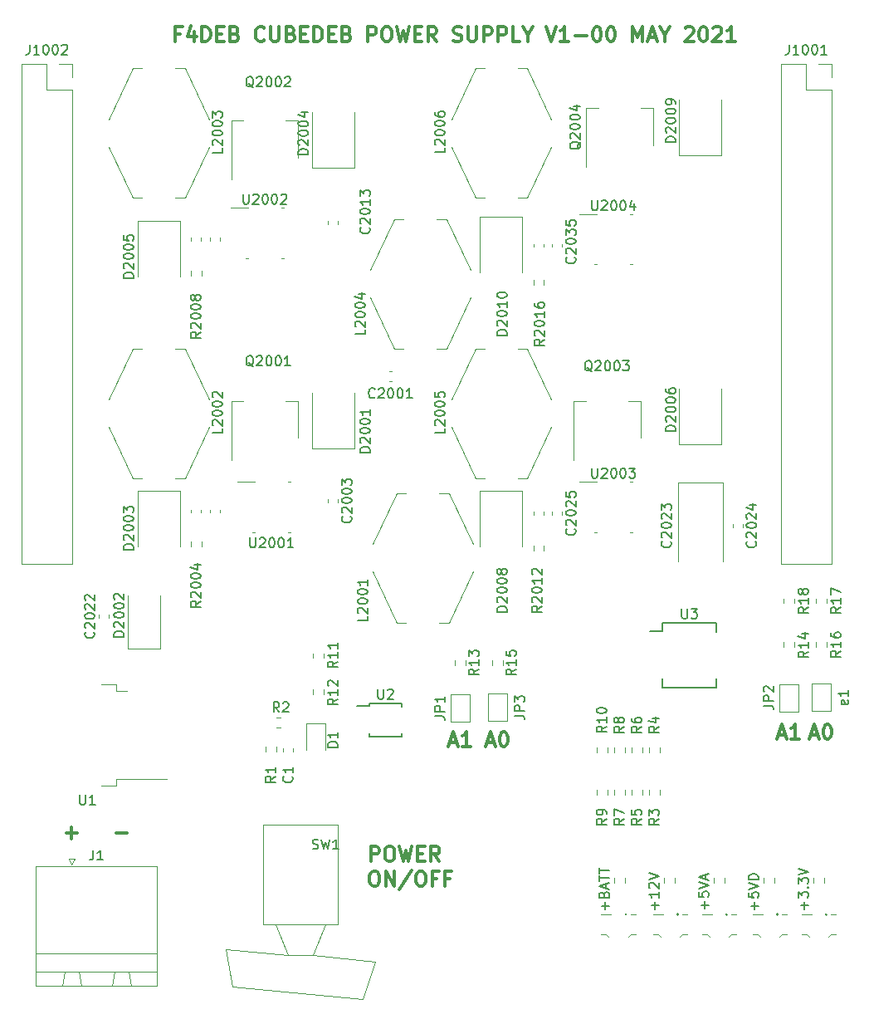
<source format=gto>
%TF.GenerationSoftware,KiCad,Pcbnew,5.1.9+dfsg1-1*%
%TF.CreationDate,2021-04-28T20:37:39+02:00*%
%TF.ProjectId,Power_Board-2021,506f7765-725f-4426-9f61-72642d323032,rev?*%
%TF.SameCoordinates,Original*%
%TF.FileFunction,Legend,Top*%
%TF.FilePolarity,Positive*%
%FSLAX46Y46*%
G04 Gerber Fmt 4.6, Leading zero omitted, Abs format (unit mm)*
G04 Created by KiCad (PCBNEW 5.1.9+dfsg1-1) date 2021-04-28 20:37:39*
%MOMM*%
%LPD*%
G01*
G04 APERTURE LIST*
%ADD10C,0.150000*%
%ADD11C,0.300000*%
%ADD12C,0.120000*%
G04 APERTURE END LIST*
D10*
X219527428Y-152114000D02*
X219527428Y-151352095D01*
X219908380Y-151733047D02*
X219146476Y-151733047D01*
X218908380Y-150971142D02*
X218908380Y-150352095D01*
X219289333Y-150685428D01*
X219289333Y-150542571D01*
X219336952Y-150447333D01*
X219384571Y-150399714D01*
X219479809Y-150352095D01*
X219717904Y-150352095D01*
X219813142Y-150399714D01*
X219860761Y-150447333D01*
X219908380Y-150542571D01*
X219908380Y-150828285D01*
X219860761Y-150923523D01*
X219813142Y-150971142D01*
X219813142Y-149923523D02*
X219860761Y-149875904D01*
X219908380Y-149923523D01*
X219860761Y-149971142D01*
X219813142Y-149923523D01*
X219908380Y-149923523D01*
X218908380Y-149542571D02*
X218908380Y-148923523D01*
X219289333Y-149256857D01*
X219289333Y-149114000D01*
X219336952Y-149018761D01*
X219384571Y-148971142D01*
X219479809Y-148923523D01*
X219717904Y-148923523D01*
X219813142Y-148971142D01*
X219860761Y-149018761D01*
X219908380Y-149114000D01*
X219908380Y-149399714D01*
X219860761Y-149494952D01*
X219813142Y-149542571D01*
X218908380Y-148637809D02*
X219908380Y-148304476D01*
X218908380Y-147971142D01*
X214447428Y-152153714D02*
X214447428Y-151391809D01*
X214828380Y-151772761D02*
X214066476Y-151772761D01*
X213828380Y-150439428D02*
X213828380Y-150915619D01*
X214304571Y-150963238D01*
X214256952Y-150915619D01*
X214209333Y-150820380D01*
X214209333Y-150582285D01*
X214256952Y-150487047D01*
X214304571Y-150439428D01*
X214399809Y-150391809D01*
X214637904Y-150391809D01*
X214733142Y-150439428D01*
X214780761Y-150487047D01*
X214828380Y-150582285D01*
X214828380Y-150820380D01*
X214780761Y-150915619D01*
X214733142Y-150963238D01*
X213828380Y-150106095D02*
X214828380Y-149772761D01*
X213828380Y-149439428D01*
X214828380Y-149106095D02*
X213828380Y-149106095D01*
X213828380Y-148868000D01*
X213876000Y-148725142D01*
X213971238Y-148629904D01*
X214066476Y-148582285D01*
X214256952Y-148534666D01*
X214399809Y-148534666D01*
X214590285Y-148582285D01*
X214685523Y-148629904D01*
X214780761Y-148725142D01*
X214828380Y-148868000D01*
X214828380Y-149106095D01*
X209367428Y-152082285D02*
X209367428Y-151320380D01*
X209748380Y-151701333D02*
X208986476Y-151701333D01*
X208748380Y-150368000D02*
X208748380Y-150844190D01*
X209224571Y-150891809D01*
X209176952Y-150844190D01*
X209129333Y-150748952D01*
X209129333Y-150510857D01*
X209176952Y-150415619D01*
X209224571Y-150368000D01*
X209319809Y-150320380D01*
X209557904Y-150320380D01*
X209653142Y-150368000D01*
X209700761Y-150415619D01*
X209748380Y-150510857D01*
X209748380Y-150748952D01*
X209700761Y-150844190D01*
X209653142Y-150891809D01*
X208748380Y-150034666D02*
X209748380Y-149701333D01*
X208748380Y-149368000D01*
X209462666Y-149082285D02*
X209462666Y-148606095D01*
X209748380Y-149177523D02*
X208748380Y-148844190D01*
X209748380Y-148510857D01*
X204287428Y-152129904D02*
X204287428Y-151368000D01*
X204668380Y-151748952D02*
X203906476Y-151748952D01*
X204668380Y-150368000D02*
X204668380Y-150939428D01*
X204668380Y-150653714D02*
X203668380Y-150653714D01*
X203811238Y-150748952D01*
X203906476Y-150844190D01*
X203954095Y-150939428D01*
X203763619Y-149987047D02*
X203716000Y-149939428D01*
X203668380Y-149844190D01*
X203668380Y-149606095D01*
X203716000Y-149510857D01*
X203763619Y-149463238D01*
X203858857Y-149415619D01*
X203954095Y-149415619D01*
X204096952Y-149463238D01*
X204668380Y-150034666D01*
X204668380Y-149415619D01*
X203668380Y-149129904D02*
X204668380Y-148796571D01*
X203668380Y-148463238D01*
X199207428Y-152185428D02*
X199207428Y-151423523D01*
X199588380Y-151804476D02*
X198826476Y-151804476D01*
X199064571Y-150614000D02*
X199112190Y-150471142D01*
X199159809Y-150423523D01*
X199255047Y-150375904D01*
X199397904Y-150375904D01*
X199493142Y-150423523D01*
X199540761Y-150471142D01*
X199588380Y-150566380D01*
X199588380Y-150947333D01*
X198588380Y-150947333D01*
X198588380Y-150614000D01*
X198636000Y-150518761D01*
X198683619Y-150471142D01*
X198778857Y-150423523D01*
X198874095Y-150423523D01*
X198969333Y-150471142D01*
X199016952Y-150518761D01*
X199064571Y-150614000D01*
X199064571Y-150947333D01*
X199302666Y-149994952D02*
X199302666Y-149518761D01*
X199588380Y-150090190D02*
X198588380Y-149756857D01*
X199588380Y-149423523D01*
X198588380Y-149233047D02*
X198588380Y-148661619D01*
X199588380Y-148947333D02*
X198588380Y-148947333D01*
X198588380Y-148471142D02*
X198588380Y-147899714D01*
X199588380Y-148185428D02*
X198588380Y-148185428D01*
D11*
X175288285Y-147231571D02*
X175288285Y-145731571D01*
X175859714Y-145731571D01*
X176002571Y-145803000D01*
X176074000Y-145874428D01*
X176145428Y-146017285D01*
X176145428Y-146231571D01*
X176074000Y-146374428D01*
X176002571Y-146445857D01*
X175859714Y-146517285D01*
X175288285Y-146517285D01*
X177074000Y-145731571D02*
X177359714Y-145731571D01*
X177502571Y-145803000D01*
X177645428Y-145945857D01*
X177716857Y-146231571D01*
X177716857Y-146731571D01*
X177645428Y-147017285D01*
X177502571Y-147160142D01*
X177359714Y-147231571D01*
X177074000Y-147231571D01*
X176931142Y-147160142D01*
X176788285Y-147017285D01*
X176716857Y-146731571D01*
X176716857Y-146231571D01*
X176788285Y-145945857D01*
X176931142Y-145803000D01*
X177074000Y-145731571D01*
X178216857Y-145731571D02*
X178574000Y-147231571D01*
X178859714Y-146160142D01*
X179145428Y-147231571D01*
X179502571Y-145731571D01*
X180074000Y-146445857D02*
X180574000Y-146445857D01*
X180788285Y-147231571D02*
X180074000Y-147231571D01*
X180074000Y-145731571D01*
X180788285Y-145731571D01*
X182288285Y-147231571D02*
X181788285Y-146517285D01*
X181431142Y-147231571D02*
X181431142Y-145731571D01*
X182002571Y-145731571D01*
X182145428Y-145803000D01*
X182216857Y-145874428D01*
X182288285Y-146017285D01*
X182288285Y-146231571D01*
X182216857Y-146374428D01*
X182145428Y-146445857D01*
X182002571Y-146517285D01*
X181431142Y-146517285D01*
X175538285Y-148281571D02*
X175824000Y-148281571D01*
X175966857Y-148353000D01*
X176109714Y-148495857D01*
X176181142Y-148781571D01*
X176181142Y-149281571D01*
X176109714Y-149567285D01*
X175966857Y-149710142D01*
X175824000Y-149781571D01*
X175538285Y-149781571D01*
X175395428Y-149710142D01*
X175252571Y-149567285D01*
X175181142Y-149281571D01*
X175181142Y-148781571D01*
X175252571Y-148495857D01*
X175395428Y-148353000D01*
X175538285Y-148281571D01*
X176824000Y-149781571D02*
X176824000Y-148281571D01*
X177681142Y-149781571D01*
X177681142Y-148281571D01*
X179466857Y-148210142D02*
X178181142Y-150138714D01*
X180252571Y-148281571D02*
X180538285Y-148281571D01*
X180681142Y-148353000D01*
X180824000Y-148495857D01*
X180895428Y-148781571D01*
X180895428Y-149281571D01*
X180824000Y-149567285D01*
X180681142Y-149710142D01*
X180538285Y-149781571D01*
X180252571Y-149781571D01*
X180109714Y-149710142D01*
X179966857Y-149567285D01*
X179895428Y-149281571D01*
X179895428Y-148781571D01*
X179966857Y-148495857D01*
X180109714Y-148353000D01*
X180252571Y-148281571D01*
X182038285Y-148995857D02*
X181538285Y-148995857D01*
X181538285Y-149781571D02*
X181538285Y-148281571D01*
X182252571Y-148281571D01*
X183324000Y-148995857D02*
X182824000Y-148995857D01*
X182824000Y-149781571D02*
X182824000Y-148281571D01*
X183538285Y-148281571D01*
X149288571Y-144379142D02*
X150431428Y-144379142D01*
X144208571Y-144379142D02*
X145351428Y-144379142D01*
X144780000Y-144950571D02*
X144780000Y-143807714D01*
X155860285Y-62884857D02*
X155360285Y-62884857D01*
X155360285Y-63670571D02*
X155360285Y-62170571D01*
X156074571Y-62170571D01*
X157288857Y-62670571D02*
X157288857Y-63670571D01*
X156931714Y-62099142D02*
X156574571Y-63170571D01*
X157503142Y-63170571D01*
X158074571Y-63670571D02*
X158074571Y-62170571D01*
X158431714Y-62170571D01*
X158646000Y-62242000D01*
X158788857Y-62384857D01*
X158860285Y-62527714D01*
X158931714Y-62813428D01*
X158931714Y-63027714D01*
X158860285Y-63313428D01*
X158788857Y-63456285D01*
X158646000Y-63599142D01*
X158431714Y-63670571D01*
X158074571Y-63670571D01*
X159574571Y-62884857D02*
X160074571Y-62884857D01*
X160288857Y-63670571D02*
X159574571Y-63670571D01*
X159574571Y-62170571D01*
X160288857Y-62170571D01*
X161431714Y-62884857D02*
X161646000Y-62956285D01*
X161717428Y-63027714D01*
X161788857Y-63170571D01*
X161788857Y-63384857D01*
X161717428Y-63527714D01*
X161646000Y-63599142D01*
X161503142Y-63670571D01*
X160931714Y-63670571D01*
X160931714Y-62170571D01*
X161431714Y-62170571D01*
X161574571Y-62242000D01*
X161646000Y-62313428D01*
X161717428Y-62456285D01*
X161717428Y-62599142D01*
X161646000Y-62742000D01*
X161574571Y-62813428D01*
X161431714Y-62884857D01*
X160931714Y-62884857D01*
X164431714Y-63527714D02*
X164360285Y-63599142D01*
X164146000Y-63670571D01*
X164003142Y-63670571D01*
X163788857Y-63599142D01*
X163646000Y-63456285D01*
X163574571Y-63313428D01*
X163503142Y-63027714D01*
X163503142Y-62813428D01*
X163574571Y-62527714D01*
X163646000Y-62384857D01*
X163788857Y-62242000D01*
X164003142Y-62170571D01*
X164146000Y-62170571D01*
X164360285Y-62242000D01*
X164431714Y-62313428D01*
X165074571Y-62170571D02*
X165074571Y-63384857D01*
X165146000Y-63527714D01*
X165217428Y-63599142D01*
X165360285Y-63670571D01*
X165646000Y-63670571D01*
X165788857Y-63599142D01*
X165860285Y-63527714D01*
X165931714Y-63384857D01*
X165931714Y-62170571D01*
X167146000Y-62884857D02*
X167360285Y-62956285D01*
X167431714Y-63027714D01*
X167503142Y-63170571D01*
X167503142Y-63384857D01*
X167431714Y-63527714D01*
X167360285Y-63599142D01*
X167217428Y-63670571D01*
X166646000Y-63670571D01*
X166646000Y-62170571D01*
X167146000Y-62170571D01*
X167288857Y-62242000D01*
X167360285Y-62313428D01*
X167431714Y-62456285D01*
X167431714Y-62599142D01*
X167360285Y-62742000D01*
X167288857Y-62813428D01*
X167146000Y-62884857D01*
X166646000Y-62884857D01*
X168146000Y-62884857D02*
X168646000Y-62884857D01*
X168860285Y-63670571D02*
X168146000Y-63670571D01*
X168146000Y-62170571D01*
X168860285Y-62170571D01*
X169503142Y-63670571D02*
X169503142Y-62170571D01*
X169860285Y-62170571D01*
X170074571Y-62242000D01*
X170217428Y-62384857D01*
X170288857Y-62527714D01*
X170360285Y-62813428D01*
X170360285Y-63027714D01*
X170288857Y-63313428D01*
X170217428Y-63456285D01*
X170074571Y-63599142D01*
X169860285Y-63670571D01*
X169503142Y-63670571D01*
X171003142Y-62884857D02*
X171503142Y-62884857D01*
X171717428Y-63670571D02*
X171003142Y-63670571D01*
X171003142Y-62170571D01*
X171717428Y-62170571D01*
X172860285Y-62884857D02*
X173074571Y-62956285D01*
X173146000Y-63027714D01*
X173217428Y-63170571D01*
X173217428Y-63384857D01*
X173146000Y-63527714D01*
X173074571Y-63599142D01*
X172931714Y-63670571D01*
X172360285Y-63670571D01*
X172360285Y-62170571D01*
X172860285Y-62170571D01*
X173003142Y-62242000D01*
X173074571Y-62313428D01*
X173146000Y-62456285D01*
X173146000Y-62599142D01*
X173074571Y-62742000D01*
X173003142Y-62813428D01*
X172860285Y-62884857D01*
X172360285Y-62884857D01*
X175003142Y-63670571D02*
X175003142Y-62170571D01*
X175574571Y-62170571D01*
X175717428Y-62242000D01*
X175788857Y-62313428D01*
X175860285Y-62456285D01*
X175860285Y-62670571D01*
X175788857Y-62813428D01*
X175717428Y-62884857D01*
X175574571Y-62956285D01*
X175003142Y-62956285D01*
X176788857Y-62170571D02*
X177074571Y-62170571D01*
X177217428Y-62242000D01*
X177360285Y-62384857D01*
X177431714Y-62670571D01*
X177431714Y-63170571D01*
X177360285Y-63456285D01*
X177217428Y-63599142D01*
X177074571Y-63670571D01*
X176788857Y-63670571D01*
X176646000Y-63599142D01*
X176503142Y-63456285D01*
X176431714Y-63170571D01*
X176431714Y-62670571D01*
X176503142Y-62384857D01*
X176646000Y-62242000D01*
X176788857Y-62170571D01*
X177931714Y-62170571D02*
X178288857Y-63670571D01*
X178574571Y-62599142D01*
X178860285Y-63670571D01*
X179217428Y-62170571D01*
X179788857Y-62884857D02*
X180288857Y-62884857D01*
X180503142Y-63670571D02*
X179788857Y-63670571D01*
X179788857Y-62170571D01*
X180503142Y-62170571D01*
X182003142Y-63670571D02*
X181503142Y-62956285D01*
X181146000Y-63670571D02*
X181146000Y-62170571D01*
X181717428Y-62170571D01*
X181860285Y-62242000D01*
X181931714Y-62313428D01*
X182003142Y-62456285D01*
X182003142Y-62670571D01*
X181931714Y-62813428D01*
X181860285Y-62884857D01*
X181717428Y-62956285D01*
X181146000Y-62956285D01*
X183717428Y-63599142D02*
X183931714Y-63670571D01*
X184288857Y-63670571D01*
X184431714Y-63599142D01*
X184503142Y-63527714D01*
X184574571Y-63384857D01*
X184574571Y-63242000D01*
X184503142Y-63099142D01*
X184431714Y-63027714D01*
X184288857Y-62956285D01*
X184003142Y-62884857D01*
X183860285Y-62813428D01*
X183788857Y-62742000D01*
X183717428Y-62599142D01*
X183717428Y-62456285D01*
X183788857Y-62313428D01*
X183860285Y-62242000D01*
X184003142Y-62170571D01*
X184360285Y-62170571D01*
X184574571Y-62242000D01*
X185217428Y-62170571D02*
X185217428Y-63384857D01*
X185288857Y-63527714D01*
X185360285Y-63599142D01*
X185503142Y-63670571D01*
X185788857Y-63670571D01*
X185931714Y-63599142D01*
X186003142Y-63527714D01*
X186074571Y-63384857D01*
X186074571Y-62170571D01*
X186788857Y-63670571D02*
X186788857Y-62170571D01*
X187360285Y-62170571D01*
X187503142Y-62242000D01*
X187574571Y-62313428D01*
X187646000Y-62456285D01*
X187646000Y-62670571D01*
X187574571Y-62813428D01*
X187503142Y-62884857D01*
X187360285Y-62956285D01*
X186788857Y-62956285D01*
X188288857Y-63670571D02*
X188288857Y-62170571D01*
X188860285Y-62170571D01*
X189003142Y-62242000D01*
X189074571Y-62313428D01*
X189146000Y-62456285D01*
X189146000Y-62670571D01*
X189074571Y-62813428D01*
X189003142Y-62884857D01*
X188860285Y-62956285D01*
X188288857Y-62956285D01*
X190503142Y-63670571D02*
X189788857Y-63670571D01*
X189788857Y-62170571D01*
X191288857Y-62956285D02*
X191288857Y-63670571D01*
X190788857Y-62170571D02*
X191288857Y-62956285D01*
X191788857Y-62170571D01*
X193217428Y-62170571D02*
X193717428Y-63670571D01*
X194217428Y-62170571D01*
X195503142Y-63670571D02*
X194646000Y-63670571D01*
X195074571Y-63670571D02*
X195074571Y-62170571D01*
X194931714Y-62384857D01*
X194788857Y-62527714D01*
X194646000Y-62599142D01*
X196146000Y-63099142D02*
X197288857Y-63099142D01*
X198288857Y-62170571D02*
X198431714Y-62170571D01*
X198574571Y-62242000D01*
X198646000Y-62313428D01*
X198717428Y-62456285D01*
X198788857Y-62742000D01*
X198788857Y-63099142D01*
X198717428Y-63384857D01*
X198646000Y-63527714D01*
X198574571Y-63599142D01*
X198431714Y-63670571D01*
X198288857Y-63670571D01*
X198146000Y-63599142D01*
X198074571Y-63527714D01*
X198003142Y-63384857D01*
X197931714Y-63099142D01*
X197931714Y-62742000D01*
X198003142Y-62456285D01*
X198074571Y-62313428D01*
X198146000Y-62242000D01*
X198288857Y-62170571D01*
X199717428Y-62170571D02*
X199860285Y-62170571D01*
X200003142Y-62242000D01*
X200074571Y-62313428D01*
X200146000Y-62456285D01*
X200217428Y-62742000D01*
X200217428Y-63099142D01*
X200146000Y-63384857D01*
X200074571Y-63527714D01*
X200003142Y-63599142D01*
X199860285Y-63670571D01*
X199717428Y-63670571D01*
X199574571Y-63599142D01*
X199503142Y-63527714D01*
X199431714Y-63384857D01*
X199360285Y-63099142D01*
X199360285Y-62742000D01*
X199431714Y-62456285D01*
X199503142Y-62313428D01*
X199574571Y-62242000D01*
X199717428Y-62170571D01*
X202003142Y-63670571D02*
X202003142Y-62170571D01*
X202503142Y-63242000D01*
X203003142Y-62170571D01*
X203003142Y-63670571D01*
X203646000Y-63242000D02*
X204360285Y-63242000D01*
X203503142Y-63670571D02*
X204003142Y-62170571D01*
X204503142Y-63670571D01*
X205288857Y-62956285D02*
X205288857Y-63670571D01*
X204788857Y-62170571D02*
X205288857Y-62956285D01*
X205788857Y-62170571D01*
X207360285Y-62313428D02*
X207431714Y-62242000D01*
X207574571Y-62170571D01*
X207931714Y-62170571D01*
X208074571Y-62242000D01*
X208146000Y-62313428D01*
X208217428Y-62456285D01*
X208217428Y-62599142D01*
X208146000Y-62813428D01*
X207288857Y-63670571D01*
X208217428Y-63670571D01*
X209145999Y-62170571D02*
X209288857Y-62170571D01*
X209431714Y-62242000D01*
X209503142Y-62313428D01*
X209574571Y-62456285D01*
X209645999Y-62742000D01*
X209645999Y-63099142D01*
X209574571Y-63384857D01*
X209503142Y-63527714D01*
X209431714Y-63599142D01*
X209288857Y-63670571D01*
X209145999Y-63670571D01*
X209003142Y-63599142D01*
X208931714Y-63527714D01*
X208860285Y-63384857D01*
X208788857Y-63099142D01*
X208788857Y-62742000D01*
X208860285Y-62456285D01*
X208931714Y-62313428D01*
X209003142Y-62242000D01*
X209145999Y-62170571D01*
X210217428Y-62313428D02*
X210288857Y-62242000D01*
X210431714Y-62170571D01*
X210788857Y-62170571D01*
X210931714Y-62242000D01*
X211003142Y-62313428D01*
X211074571Y-62456285D01*
X211074571Y-62599142D01*
X211003142Y-62813428D01*
X210145999Y-63670571D01*
X211074571Y-63670571D01*
X212503142Y-63670571D02*
X211645999Y-63670571D01*
X212074571Y-63670571D02*
X212074571Y-62170571D01*
X211931714Y-62384857D01*
X211788857Y-62527714D01*
X211645999Y-62599142D01*
X183332571Y-135124000D02*
X184046857Y-135124000D01*
X183189714Y-135552571D02*
X183689714Y-134052571D01*
X184189714Y-135552571D01*
X185475428Y-135552571D02*
X184618285Y-135552571D01*
X185046857Y-135552571D02*
X185046857Y-134052571D01*
X184904000Y-134266857D01*
X184761142Y-134409714D01*
X184618285Y-134481142D01*
X187142571Y-135124000D02*
X187856857Y-135124000D01*
X186999714Y-135552571D02*
X187499714Y-134052571D01*
X187999714Y-135552571D01*
X188785428Y-134052571D02*
X188928285Y-134052571D01*
X189071142Y-134124000D01*
X189142571Y-134195428D01*
X189214000Y-134338285D01*
X189285428Y-134624000D01*
X189285428Y-134981142D01*
X189214000Y-135266857D01*
X189142571Y-135409714D01*
X189071142Y-135481142D01*
X188928285Y-135552571D01*
X188785428Y-135552571D01*
X188642571Y-135481142D01*
X188571142Y-135409714D01*
X188499714Y-135266857D01*
X188428285Y-134981142D01*
X188428285Y-134624000D01*
X188499714Y-134338285D01*
X188571142Y-134195428D01*
X188642571Y-134124000D01*
X188785428Y-134052571D01*
X216860571Y-134362000D02*
X217574857Y-134362000D01*
X216717714Y-134790571D02*
X217217714Y-133290571D01*
X217717714Y-134790571D01*
X219003428Y-134790571D02*
X218146285Y-134790571D01*
X218574857Y-134790571D02*
X218574857Y-133290571D01*
X218432000Y-133504857D01*
X218289142Y-133647714D01*
X218146285Y-133719142D01*
X220162571Y-134362000D02*
X220876857Y-134362000D01*
X220019714Y-134790571D02*
X220519714Y-133290571D01*
X221019714Y-134790571D01*
X221805428Y-133290571D02*
X221948285Y-133290571D01*
X222091142Y-133362000D01*
X222162571Y-133433428D01*
X222234000Y-133576285D01*
X222305428Y-133862000D01*
X222305428Y-134219142D01*
X222234000Y-134504857D01*
X222162571Y-134647714D01*
X222091142Y-134719142D01*
X221948285Y-134790571D01*
X221805428Y-134790571D01*
X221662571Y-134719142D01*
X221591142Y-134647714D01*
X221519714Y-134504857D01*
X221448285Y-134219142D01*
X221448285Y-133862000D01*
X221519714Y-133576285D01*
X221591142Y-133433428D01*
X221662571Y-133362000D01*
X221805428Y-133290571D01*
D12*
%TO.C,R7*%
X200137500Y-140445258D02*
X200137500Y-139970742D01*
X201182500Y-140445258D02*
X201182500Y-139970742D01*
%TO.C,R15*%
X188736500Y-126762742D02*
X188736500Y-127237258D01*
X187691500Y-126762742D02*
X187691500Y-127237258D01*
%TO.C,C2001*%
X177445580Y-98300000D02*
X177164420Y-98300000D01*
X177445580Y-97280000D02*
X177164420Y-97280000D01*
%TO.C,U1*%
X149327000Y-129856000D02*
X150427000Y-129856000D01*
X149327000Y-129166000D02*
X149327000Y-129856000D01*
X147827000Y-129166000D02*
X149327000Y-129166000D01*
X149327000Y-138876000D02*
X154452000Y-138876000D01*
X149327000Y-139566000D02*
X149327000Y-138876000D01*
X147827000Y-139566000D02*
X149327000Y-139566000D01*
%TO.C,R14*%
X217409500Y-124921742D02*
X217409500Y-125396258D01*
X218454500Y-124921742D02*
X218454500Y-125396258D01*
%TO.C,R12*%
X169403500Y-129747742D02*
X169403500Y-130222258D01*
X170448500Y-129747742D02*
X170448500Y-130222258D01*
%TO.C,R3*%
X203693500Y-140445258D02*
X203693500Y-139970742D01*
X204738500Y-140445258D02*
X204738500Y-139970742D01*
%TO.C,JP3*%
X187214000Y-130172000D02*
X189214000Y-130172000D01*
X187214000Y-132972000D02*
X187214000Y-130172000D01*
X189214000Y-132972000D02*
X187214000Y-132972000D01*
X189214000Y-130172000D02*
X189214000Y-132972000D01*
%TO.C,JP1*%
X185404000Y-130209000D02*
X185404000Y-133009000D01*
X185404000Y-133009000D02*
X183404000Y-133009000D01*
X183404000Y-133009000D02*
X183404000Y-130209000D01*
X183404000Y-130209000D02*
X185404000Y-130209000D01*
%TO.C,JP2*%
X216932000Y-129193000D02*
X218932000Y-129193000D01*
X216932000Y-131993000D02*
X216932000Y-129193000D01*
X218932000Y-131993000D02*
X216932000Y-131993000D01*
X218932000Y-129193000D02*
X218932000Y-131993000D01*
%TO.C,R4*%
X203693500Y-136127258D02*
X203693500Y-135652742D01*
X204738500Y-136127258D02*
X204738500Y-135652742D01*
%TO.C,R2*%
X166099258Y-133618500D02*
X165624742Y-133618500D01*
X166099258Y-132573500D02*
X165624742Y-132573500D01*
%TO.C,R5*%
X201915500Y-140445258D02*
X201915500Y-139970742D01*
X202960500Y-140445258D02*
X202960500Y-139970742D01*
%TO.C,R1*%
X164577500Y-135589742D02*
X164577500Y-136064258D01*
X165622500Y-135589742D02*
X165622500Y-136064258D01*
D10*
%TO.C,U2*%
X175109000Y-131392000D02*
X173884000Y-131392000D01*
X175109000Y-134517000D02*
X178459000Y-134517000D01*
X175109000Y-131167000D02*
X178459000Y-131167000D01*
X175109000Y-134517000D02*
X175109000Y-134217000D01*
X178459000Y-134517000D02*
X178459000Y-134217000D01*
X178459000Y-131167000D02*
X178459000Y-131467000D01*
X175109000Y-131167000D02*
X175109000Y-131392000D01*
D12*
%TO.C,R13*%
X183881500Y-126762742D02*
X183881500Y-127237258D01*
X184926500Y-126762742D02*
X184926500Y-127237258D01*
%TO.C,R10*%
X199404500Y-136127258D02*
X199404500Y-135652742D01*
X198359500Y-136127258D02*
X198359500Y-135652742D01*
%TO.C,R8*%
X201182500Y-136127258D02*
X201182500Y-135652742D01*
X200137500Y-136127258D02*
X200137500Y-135652742D01*
%TO.C,e1*%
X222234000Y-129156000D02*
X222234000Y-131956000D01*
X222234000Y-131956000D02*
X220234000Y-131956000D01*
X220234000Y-131956000D02*
X220234000Y-129156000D01*
X220234000Y-129156000D02*
X222234000Y-129156000D01*
%TO.C,R6*%
X202960500Y-136127258D02*
X202960500Y-135652742D01*
X201915500Y-136127258D02*
X201915500Y-135652742D01*
D10*
%TO.C,U3*%
X204997000Y-123763000D02*
X203722000Y-123763000D01*
X204997000Y-129513000D02*
X210547000Y-129513000D01*
X204997000Y-122963000D02*
X210547000Y-122963000D01*
X204997000Y-129513000D02*
X204997000Y-128613000D01*
X210547000Y-129513000D02*
X210547000Y-128613000D01*
X210547000Y-122963000D02*
X210547000Y-123863000D01*
X204997000Y-122963000D02*
X204997000Y-123763000D01*
D12*
%TO.C,R16*%
X220711500Y-124921742D02*
X220711500Y-125396258D01*
X221756500Y-124921742D02*
X221756500Y-125396258D01*
%TO.C,C1*%
X167388000Y-136030580D02*
X167388000Y-135749420D01*
X166368000Y-136030580D02*
X166368000Y-135749420D01*
%TO.C,R11*%
X169403500Y-126538258D02*
X169403500Y-126063742D01*
X170448500Y-126538258D02*
X170448500Y-126063742D01*
%TO.C,R9*%
X198359500Y-140445258D02*
X198359500Y-139970742D01*
X199404500Y-140445258D02*
X199404500Y-139970742D01*
%TO.C,C2004*%
X158875000Y-111386233D02*
X158875000Y-111678767D01*
X159895000Y-111386233D02*
X159895000Y-111678767D01*
%TO.C,C2005*%
X156970000Y-111386233D02*
X156970000Y-111678767D01*
X157990000Y-111386233D02*
X157990000Y-111678767D01*
%TO.C,C2014*%
X158875000Y-83673733D02*
X158875000Y-83966267D01*
X159895000Y-83673733D02*
X159895000Y-83966267D01*
%TO.C,C2015*%
X157990000Y-83673733D02*
X157990000Y-83966267D01*
X156970000Y-83673733D02*
X156970000Y-83966267D01*
%TO.C,C2023*%
X211175000Y-116680000D02*
X211175000Y-108620000D01*
X211175000Y-108620000D02*
X206655000Y-108620000D01*
X206655000Y-108620000D02*
X206655000Y-116680000D01*
%TO.C,C2025*%
X193800000Y-111613733D02*
X193800000Y-111906267D01*
X194820000Y-111613733D02*
X194820000Y-111906267D01*
%TO.C,C2026*%
X192915000Y-111613733D02*
X192915000Y-111906267D01*
X191895000Y-111613733D02*
X191895000Y-111906267D01*
%TO.C,C2035*%
X193800000Y-84308733D02*
X193800000Y-84601267D01*
X194820000Y-84308733D02*
X194820000Y-84601267D01*
%TO.C,C2036*%
X191895000Y-84308733D02*
X191895000Y-84601267D01*
X192915000Y-84308733D02*
X192915000Y-84601267D01*
%TO.C,D2001*%
X169300000Y-105150000D02*
X169300000Y-99450000D01*
X173600000Y-105150000D02*
X173600000Y-99450000D01*
X169300000Y-105150000D02*
X173600000Y-105150000D01*
%TO.C,D2002*%
X150496000Y-125574000D02*
X153796000Y-125574000D01*
X153796000Y-125574000D02*
X153796000Y-120174000D01*
X150496000Y-125574000D02*
X150496000Y-120174000D01*
%TO.C,D2003*%
X155820000Y-109480000D02*
X151520000Y-109480000D01*
X151520000Y-109480000D02*
X151520000Y-115180000D01*
X155820000Y-109480000D02*
X155820000Y-115180000D01*
%TO.C,D2004*%
X169300000Y-76575000D02*
X173600000Y-76575000D01*
X173600000Y-76575000D02*
X173600000Y-70875000D01*
X169300000Y-76575000D02*
X169300000Y-70875000D01*
%TO.C,D2005*%
X155820000Y-81930000D02*
X151520000Y-81930000D01*
X151520000Y-81930000D02*
X151520000Y-87630000D01*
X155820000Y-81930000D02*
X155820000Y-87630000D01*
%TO.C,D2006*%
X206765000Y-104760000D02*
X206765000Y-99060000D01*
X211065000Y-104760000D02*
X211065000Y-99060000D01*
X206765000Y-104760000D02*
X211065000Y-104760000D01*
%TO.C,D2008*%
X190745000Y-109480000D02*
X190745000Y-115180000D01*
X186445000Y-109480000D02*
X186445000Y-115180000D01*
X190745000Y-109480000D02*
X186445000Y-109480000D01*
%TO.C,D2009*%
X206765000Y-75305000D02*
X206765000Y-69605000D01*
X211065000Y-75305000D02*
X211065000Y-69605000D01*
X206765000Y-75305000D02*
X211065000Y-75305000D01*
%TO.C,D2010*%
X190745000Y-81540000D02*
X186445000Y-81540000D01*
X186445000Y-81540000D02*
X186445000Y-87240000D01*
X190745000Y-81540000D02*
X190745000Y-87240000D01*
%TO.C,Q2001*%
X167875000Y-100325000D02*
X166615000Y-100325000D01*
X161055000Y-100325000D02*
X162315000Y-100325000D01*
X167875000Y-104085000D02*
X167875000Y-100325000D01*
X161055000Y-106335000D02*
X161055000Y-100325000D01*
%TO.C,Q2002*%
X167875000Y-71750000D02*
X166615000Y-71750000D01*
X161055000Y-71750000D02*
X162315000Y-71750000D01*
X167875000Y-75510000D02*
X167875000Y-71750000D01*
X161055000Y-77760000D02*
X161055000Y-71750000D01*
%TO.C,Q2003*%
X195980000Y-106335000D02*
X195980000Y-100325000D01*
X202800000Y-104085000D02*
X202800000Y-100325000D01*
X195980000Y-100325000D02*
X197240000Y-100325000D01*
X202800000Y-100325000D02*
X201540000Y-100325000D01*
%TO.C,Q2004*%
X197250000Y-76490000D02*
X197250000Y-70480000D01*
X204070000Y-74240000D02*
X204070000Y-70480000D01*
X197250000Y-70480000D02*
X198510000Y-70480000D01*
X204070000Y-70480000D02*
X202810000Y-70480000D01*
%TO.C,R2004*%
X158002500Y-114680276D02*
X158002500Y-115189724D01*
X156957500Y-114680276D02*
X156957500Y-115189724D01*
%TO.C,R2008*%
X156957500Y-87017776D02*
X156957500Y-87527224D01*
X158002500Y-87017776D02*
X158002500Y-87527224D01*
%TO.C,R2012*%
X192927500Y-115037776D02*
X192927500Y-115547224D01*
X191882500Y-115037776D02*
X191882500Y-115547224D01*
%TO.C,R2016*%
X192927500Y-88010276D02*
X192927500Y-88519724D01*
X191882500Y-88010276D02*
X191882500Y-88519724D01*
%TO.C,R2017*%
X200137500Y-149479724D02*
X200137500Y-148970276D01*
X201182500Y-149479724D02*
X201182500Y-148970276D01*
%TO.C,R2018*%
X205217500Y-149479724D02*
X205217500Y-148970276D01*
X206262500Y-149479724D02*
X206262500Y-148970276D01*
%TO.C,R2019*%
X211342500Y-149479724D02*
X211342500Y-148970276D01*
X210297500Y-149479724D02*
X210297500Y-148970276D01*
%TO.C,R2020*%
X216422500Y-149479724D02*
X216422500Y-148970276D01*
X215377500Y-149479724D02*
X215377500Y-148970276D01*
%TO.C,R2021*%
X220457500Y-149479724D02*
X220457500Y-148970276D01*
X221502500Y-149479724D02*
X221502500Y-148970276D01*
%TO.C,U2001*%
X163434416Y-108565000D02*
X161695000Y-108565000D01*
X166855584Y-108565000D02*
X167095000Y-108565000D01*
X163434416Y-113685000D02*
X163195000Y-113685000D01*
X166855584Y-113685000D02*
X167095000Y-113685000D01*
%TO.C,U2002*%
X166175584Y-85745000D02*
X166415000Y-85745000D01*
X162754416Y-85745000D02*
X162515000Y-85745000D01*
X166175584Y-80625000D02*
X166415000Y-80625000D01*
X162754416Y-80625000D02*
X161015000Y-80625000D01*
%TO.C,U2003*%
X198314416Y-108565000D02*
X196575000Y-108565000D01*
X201735584Y-108565000D02*
X201975000Y-108565000D01*
X198314416Y-113685000D02*
X198075000Y-113685000D01*
X201735584Y-113685000D02*
X201975000Y-113685000D01*
%TO.C,U2004*%
X201735584Y-86380000D02*
X201975000Y-86380000D01*
X198314416Y-86380000D02*
X198075000Y-86380000D01*
X201735584Y-81260000D02*
X201975000Y-81260000D01*
X198314416Y-81260000D02*
X196575000Y-81260000D01*
%TO.C,L2001*%
X177944000Y-122932000D02*
X178894000Y-122932000D01*
X177944000Y-122932000D02*
X175494000Y-117732000D01*
X183244000Y-109732000D02*
X182294000Y-109732000D01*
X183244000Y-109732000D02*
X185694000Y-114932000D01*
X183244000Y-122932000D02*
X185694000Y-117732000D01*
X177944000Y-109732000D02*
X175494000Y-114932000D01*
X183244000Y-122932000D02*
X182294000Y-122932000D01*
X177944000Y-109732000D02*
X178894000Y-109732000D01*
%TO.C,L2002*%
X151020000Y-95000000D02*
X151970000Y-95000000D01*
X156320000Y-108200000D02*
X155370000Y-108200000D01*
X151020000Y-95000000D02*
X148570000Y-100200000D01*
X156320000Y-108200000D02*
X158770000Y-103000000D01*
X156320000Y-95000000D02*
X158770000Y-100200000D01*
X156320000Y-95000000D02*
X155370000Y-95000000D01*
X151020000Y-108200000D02*
X148570000Y-103000000D01*
X151020000Y-108200000D02*
X151970000Y-108200000D01*
%TO.C,L2003*%
X151020000Y-66425000D02*
X151970000Y-66425000D01*
X156320000Y-79625000D02*
X155370000Y-79625000D01*
X151020000Y-66425000D02*
X148570000Y-71625000D01*
X156320000Y-79625000D02*
X158770000Y-74425000D01*
X156320000Y-66425000D02*
X158770000Y-71625000D01*
X156320000Y-66425000D02*
X155370000Y-66425000D01*
X151020000Y-79625000D02*
X148570000Y-74425000D01*
X151020000Y-79625000D02*
X151970000Y-79625000D01*
%TO.C,L2004*%
X177690000Y-94992000D02*
X178640000Y-94992000D01*
X177690000Y-94992000D02*
X175240000Y-89792000D01*
X182990000Y-81792000D02*
X182040000Y-81792000D01*
X182990000Y-81792000D02*
X185440000Y-86992000D01*
X182990000Y-94992000D02*
X185440000Y-89792000D01*
X177690000Y-81792000D02*
X175240000Y-86992000D01*
X182990000Y-94992000D02*
X182040000Y-94992000D01*
X177690000Y-81792000D02*
X178640000Y-81792000D01*
%TO.C,L2005*%
X185945000Y-108200000D02*
X186895000Y-108200000D01*
X185945000Y-108200000D02*
X183495000Y-103000000D01*
X191245000Y-95000000D02*
X190295000Y-95000000D01*
X191245000Y-95000000D02*
X193695000Y-100200000D01*
X191245000Y-108200000D02*
X193695000Y-103000000D01*
X185945000Y-95000000D02*
X183495000Y-100200000D01*
X191245000Y-108200000D02*
X190295000Y-108200000D01*
X185945000Y-95000000D02*
X186895000Y-95000000D01*
%TO.C,L2006*%
X185945000Y-66425000D02*
X186895000Y-66425000D01*
X191245000Y-79625000D02*
X190295000Y-79625000D01*
X185945000Y-66425000D02*
X183495000Y-71625000D01*
X191245000Y-79625000D02*
X193695000Y-74425000D01*
X191245000Y-66425000D02*
X193695000Y-71625000D01*
X191245000Y-66425000D02*
X190295000Y-66425000D01*
X185945000Y-79625000D02*
X183495000Y-74425000D01*
X185945000Y-79625000D02*
X186895000Y-79625000D01*
%TO.C,J1*%
X141130000Y-147750000D02*
X141130000Y-159970000D01*
X141130000Y-159970000D02*
X153510000Y-159970000D01*
X153510000Y-159970000D02*
X153510000Y-147750000D01*
X153510000Y-147750000D02*
X141130000Y-147750000D01*
X141130000Y-158470000D02*
X141130000Y-156670000D01*
X141130000Y-156670000D02*
X153510000Y-156670000D01*
X153510000Y-156670000D02*
X153510000Y-158470000D01*
X153510000Y-158470000D02*
X141130000Y-158470000D01*
X143780000Y-159970000D02*
X145780000Y-159970000D01*
X145780000Y-159970000D02*
X145530000Y-158470000D01*
X145530000Y-158470000D02*
X144030000Y-158470000D01*
X144030000Y-158470000D02*
X143780000Y-159970000D01*
X148860000Y-159970000D02*
X150860000Y-159970000D01*
X150860000Y-159970000D02*
X150610000Y-158470000D01*
X150610000Y-158470000D02*
X149110000Y-158470000D01*
X149110000Y-158470000D02*
X148860000Y-159970000D01*
X145080000Y-146950000D02*
X144780000Y-147550000D01*
X144780000Y-147550000D02*
X144480000Y-146950000D01*
X144480000Y-146950000D02*
X145080000Y-146950000D01*
%TO.C,D2011*%
X199305000Y-154670000D02*
X199555000Y-154920000D01*
X201805000Y-154670000D02*
X201555000Y-154920000D01*
X202305000Y-152670000D02*
X201805000Y-152670000D01*
X202305000Y-154670000D02*
X201805000Y-154670000D01*
X198805000Y-152670000D02*
X199805000Y-152670000D01*
X199305000Y-154670000D02*
X198805000Y-154670000D01*
X201405000Y-152670000D02*
G75*
G03*
X201405000Y-152670000I-100000J0D01*
G01*
%TO.C,D2012*%
X204595000Y-154670000D02*
X204845000Y-154920000D01*
X207095000Y-154670000D02*
X206845000Y-154920000D01*
X207595000Y-152670000D02*
X207095000Y-152670000D01*
X207595000Y-154670000D02*
X207095000Y-154670000D01*
X204095000Y-152670000D02*
X205095000Y-152670000D01*
X204595000Y-154670000D02*
X204095000Y-154670000D01*
X206695000Y-152670000D02*
G75*
G03*
X206695000Y-152670000I-100000J0D01*
G01*
%TO.C,D2013*%
X211670000Y-152670000D02*
G75*
G03*
X211670000Y-152670000I-100000J0D01*
G01*
X209570000Y-154670000D02*
X209070000Y-154670000D01*
X209070000Y-152670000D02*
X210070000Y-152670000D01*
X212570000Y-154670000D02*
X212070000Y-154670000D01*
X212570000Y-152670000D02*
X212070000Y-152670000D01*
X212070000Y-154670000D02*
X211820000Y-154920000D01*
X209570000Y-154670000D02*
X209820000Y-154920000D01*
%TO.C,D2014*%
X216855000Y-152670000D02*
G75*
G03*
X216855000Y-152670000I-100000J0D01*
G01*
X214755000Y-154670000D02*
X214255000Y-154670000D01*
X214255000Y-152670000D02*
X215255000Y-152670000D01*
X217755000Y-154670000D02*
X217255000Y-154670000D01*
X217755000Y-152670000D02*
X217255000Y-152670000D01*
X217255000Y-154670000D02*
X217005000Y-154920000D01*
X214755000Y-154670000D02*
X215005000Y-154920000D01*
%TO.C,D2015*%
X219730000Y-154670000D02*
X219980000Y-154920000D01*
X222230000Y-154670000D02*
X221980000Y-154920000D01*
X222730000Y-152670000D02*
X222230000Y-152670000D01*
X222730000Y-154670000D02*
X222230000Y-154670000D01*
X219230000Y-152670000D02*
X220230000Y-152670000D01*
X219730000Y-154670000D02*
X219230000Y-154670000D01*
X221830000Y-152670000D02*
G75*
G03*
X221830000Y-152670000I-100000J0D01*
G01*
%TO.C,C2003*%
X171960000Y-110343733D02*
X171960000Y-110636267D01*
X170940000Y-110343733D02*
X170940000Y-110636267D01*
%TO.C,C2013*%
X170940000Y-81996233D02*
X170940000Y-82288767D01*
X171960000Y-81996233D02*
X171960000Y-82288767D01*
%TO.C,C2022*%
X147572000Y-122420767D02*
X147572000Y-122128233D01*
X148592000Y-122420767D02*
X148592000Y-122128233D01*
%TO.C,C2024*%
X212215000Y-112883733D02*
X212215000Y-113176267D01*
X213235000Y-112883733D02*
X213235000Y-113176267D01*
%TO.C,J1001*%
X220980000Y-65980000D02*
X222310000Y-65980000D01*
X222310000Y-65980000D02*
X222310000Y-67310000D01*
X219710000Y-65980000D02*
X219710000Y-68580000D01*
X219710000Y-68580000D02*
X222310000Y-68580000D01*
X222310000Y-68580000D02*
X222310000Y-116900000D01*
X217110000Y-116900000D02*
X222310000Y-116900000D01*
X217110000Y-65980000D02*
X217110000Y-116900000D01*
X217110000Y-65980000D02*
X219710000Y-65980000D01*
%TO.C,J1002*%
X139640000Y-65980000D02*
X142240000Y-65980000D01*
X139640000Y-65980000D02*
X139640000Y-116900000D01*
X139640000Y-116900000D02*
X144840000Y-116900000D01*
X144840000Y-68580000D02*
X144840000Y-116900000D01*
X142240000Y-68580000D02*
X144840000Y-68580000D01*
X142240000Y-65980000D02*
X142240000Y-68580000D01*
X144840000Y-65980000D02*
X144840000Y-67310000D01*
X143510000Y-65980000D02*
X144840000Y-65980000D01*
%TO.C,R17*%
X221756500Y-120950258D02*
X221756500Y-120475742D01*
X220711500Y-120950258D02*
X220711500Y-120475742D01*
%TO.C,R18*%
X217409500Y-120950258D02*
X217409500Y-120475742D01*
X218454500Y-120950258D02*
X218454500Y-120475742D01*
%TO.C,D1*%
X170632000Y-135874000D02*
X170632000Y-133189000D01*
X170632000Y-133189000D02*
X168712000Y-133189000D01*
X168712000Y-133189000D02*
X168712000Y-135874000D01*
%TO.C,SW1*%
X171958000Y-149860000D02*
X171958000Y-152400000D01*
X164338000Y-152400000D02*
X164338000Y-149860000D01*
X171958000Y-152400000D02*
X171958000Y-153670000D01*
X171958000Y-153670000D02*
X164338000Y-153670000D01*
X164338000Y-153670000D02*
X164338000Y-152400000D01*
X171958000Y-143510000D02*
X164338000Y-143510000D01*
X171958000Y-143510000D02*
X171958000Y-149860000D01*
X164338000Y-149860000D02*
X164338000Y-143510000D01*
X170688000Y-153670000D02*
X169418000Y-156845000D01*
X169418000Y-156845000D02*
X166878000Y-156845000D01*
X166878000Y-156845000D02*
X165608000Y-153670000D01*
X169418000Y-156845000D02*
X175768000Y-157480000D01*
X175768000Y-157480000D02*
X174498000Y-161290000D01*
X174498000Y-161290000D02*
X161163000Y-160020000D01*
X161163000Y-160020000D02*
X160528000Y-156210000D01*
X160528000Y-156210000D02*
X166878000Y-156845000D01*
%TO.C,R7*%
D10*
X201112380Y-142914666D02*
X200636190Y-143248000D01*
X201112380Y-143486095D02*
X200112380Y-143486095D01*
X200112380Y-143105142D01*
X200160000Y-143009904D01*
X200207619Y-142962285D01*
X200302857Y-142914666D01*
X200445714Y-142914666D01*
X200540952Y-142962285D01*
X200588571Y-143009904D01*
X200636190Y-143105142D01*
X200636190Y-143486095D01*
X200112380Y-142581333D02*
X200112380Y-141914666D01*
X201112380Y-142343238D01*
%TO.C,R15*%
X190096380Y-127642857D02*
X189620190Y-127976190D01*
X190096380Y-128214285D02*
X189096380Y-128214285D01*
X189096380Y-127833333D01*
X189144000Y-127738095D01*
X189191619Y-127690476D01*
X189286857Y-127642857D01*
X189429714Y-127642857D01*
X189524952Y-127690476D01*
X189572571Y-127738095D01*
X189620190Y-127833333D01*
X189620190Y-128214285D01*
X190096380Y-126690476D02*
X190096380Y-127261904D01*
X190096380Y-126976190D02*
X189096380Y-126976190D01*
X189239238Y-127071428D01*
X189334476Y-127166666D01*
X189382095Y-127261904D01*
X189096380Y-125785714D02*
X189096380Y-126261904D01*
X189572571Y-126309523D01*
X189524952Y-126261904D01*
X189477333Y-126166666D01*
X189477333Y-125928571D01*
X189524952Y-125833333D01*
X189572571Y-125785714D01*
X189667809Y-125738095D01*
X189905904Y-125738095D01*
X190001142Y-125785714D01*
X190048761Y-125833333D01*
X190096380Y-125928571D01*
X190096380Y-126166666D01*
X190048761Y-126261904D01*
X190001142Y-126309523D01*
%TO.C,C2001*%
X175696761Y-99925142D02*
X175649142Y-99972761D01*
X175506285Y-100020380D01*
X175411047Y-100020380D01*
X175268190Y-99972761D01*
X175172952Y-99877523D01*
X175125333Y-99782285D01*
X175077714Y-99591809D01*
X175077714Y-99448952D01*
X175125333Y-99258476D01*
X175172952Y-99163238D01*
X175268190Y-99068000D01*
X175411047Y-99020380D01*
X175506285Y-99020380D01*
X175649142Y-99068000D01*
X175696761Y-99115619D01*
X176077714Y-99115619D02*
X176125333Y-99068000D01*
X176220571Y-99020380D01*
X176458666Y-99020380D01*
X176553904Y-99068000D01*
X176601523Y-99115619D01*
X176649142Y-99210857D01*
X176649142Y-99306095D01*
X176601523Y-99448952D01*
X176030095Y-100020380D01*
X176649142Y-100020380D01*
X177268190Y-99020380D02*
X177363428Y-99020380D01*
X177458666Y-99068000D01*
X177506285Y-99115619D01*
X177553904Y-99210857D01*
X177601523Y-99401333D01*
X177601523Y-99639428D01*
X177553904Y-99829904D01*
X177506285Y-99925142D01*
X177458666Y-99972761D01*
X177363428Y-100020380D01*
X177268190Y-100020380D01*
X177172952Y-99972761D01*
X177125333Y-99925142D01*
X177077714Y-99829904D01*
X177030095Y-99639428D01*
X177030095Y-99401333D01*
X177077714Y-99210857D01*
X177125333Y-99115619D01*
X177172952Y-99068000D01*
X177268190Y-99020380D01*
X178220571Y-99020380D02*
X178315809Y-99020380D01*
X178411047Y-99068000D01*
X178458666Y-99115619D01*
X178506285Y-99210857D01*
X178553904Y-99401333D01*
X178553904Y-99639428D01*
X178506285Y-99829904D01*
X178458666Y-99925142D01*
X178411047Y-99972761D01*
X178315809Y-100020380D01*
X178220571Y-100020380D01*
X178125333Y-99972761D01*
X178077714Y-99925142D01*
X178030095Y-99829904D01*
X177982476Y-99639428D01*
X177982476Y-99401333D01*
X178030095Y-99210857D01*
X178077714Y-99115619D01*
X178125333Y-99068000D01*
X178220571Y-99020380D01*
X179506285Y-100020380D02*
X178934857Y-100020380D01*
X179220571Y-100020380D02*
X179220571Y-99020380D01*
X179125333Y-99163238D01*
X179030095Y-99258476D01*
X178934857Y-99306095D01*
%TO.C,U1*%
X145615095Y-140468380D02*
X145615095Y-141277904D01*
X145662714Y-141373142D01*
X145710333Y-141420761D01*
X145805571Y-141468380D01*
X145996047Y-141468380D01*
X146091285Y-141420761D01*
X146138904Y-141373142D01*
X146186523Y-141277904D01*
X146186523Y-140468380D01*
X147186523Y-141468380D02*
X146615095Y-141468380D01*
X146900809Y-141468380D02*
X146900809Y-140468380D01*
X146805571Y-140611238D01*
X146710333Y-140706476D01*
X146615095Y-140754095D01*
%TO.C,R14*%
X219908380Y-125864857D02*
X219432190Y-126198190D01*
X219908380Y-126436285D02*
X218908380Y-126436285D01*
X218908380Y-126055333D01*
X218956000Y-125960095D01*
X219003619Y-125912476D01*
X219098857Y-125864857D01*
X219241714Y-125864857D01*
X219336952Y-125912476D01*
X219384571Y-125960095D01*
X219432190Y-126055333D01*
X219432190Y-126436285D01*
X219908380Y-124912476D02*
X219908380Y-125483904D01*
X219908380Y-125198190D02*
X218908380Y-125198190D01*
X219051238Y-125293428D01*
X219146476Y-125388666D01*
X219194095Y-125483904D01*
X219241714Y-124055333D02*
X219908380Y-124055333D01*
X218860761Y-124293428D02*
X219575047Y-124531523D01*
X219575047Y-123912476D01*
%TO.C,R12*%
X171902380Y-130690857D02*
X171426190Y-131024190D01*
X171902380Y-131262285D02*
X170902380Y-131262285D01*
X170902380Y-130881333D01*
X170950000Y-130786095D01*
X170997619Y-130738476D01*
X171092857Y-130690857D01*
X171235714Y-130690857D01*
X171330952Y-130738476D01*
X171378571Y-130786095D01*
X171426190Y-130881333D01*
X171426190Y-131262285D01*
X171902380Y-129738476D02*
X171902380Y-130309904D01*
X171902380Y-130024190D02*
X170902380Y-130024190D01*
X171045238Y-130119428D01*
X171140476Y-130214666D01*
X171188095Y-130309904D01*
X170997619Y-129357523D02*
X170950000Y-129309904D01*
X170902380Y-129214666D01*
X170902380Y-128976571D01*
X170950000Y-128881333D01*
X170997619Y-128833714D01*
X171092857Y-128786095D01*
X171188095Y-128786095D01*
X171330952Y-128833714D01*
X171902380Y-129405142D01*
X171902380Y-128786095D01*
%TO.C,R3*%
X204668380Y-142914666D02*
X204192190Y-143248000D01*
X204668380Y-143486095D02*
X203668380Y-143486095D01*
X203668380Y-143105142D01*
X203716000Y-143009904D01*
X203763619Y-142962285D01*
X203858857Y-142914666D01*
X204001714Y-142914666D01*
X204096952Y-142962285D01*
X204144571Y-143009904D01*
X204192190Y-143105142D01*
X204192190Y-143486095D01*
X203668380Y-142581333D02*
X203668380Y-141962285D01*
X204049333Y-142295619D01*
X204049333Y-142152761D01*
X204096952Y-142057523D01*
X204144571Y-142009904D01*
X204239809Y-141962285D01*
X204477904Y-141962285D01*
X204573142Y-142009904D01*
X204620761Y-142057523D01*
X204668380Y-142152761D01*
X204668380Y-142438476D01*
X204620761Y-142533714D01*
X204573142Y-142581333D01*
%TO.C,JP3*%
X189952380Y-132405333D02*
X190666666Y-132405333D01*
X190809523Y-132452952D01*
X190904761Y-132548190D01*
X190952380Y-132691047D01*
X190952380Y-132786285D01*
X190952380Y-131929142D02*
X189952380Y-131929142D01*
X189952380Y-131548190D01*
X190000000Y-131452952D01*
X190047619Y-131405333D01*
X190142857Y-131357714D01*
X190285714Y-131357714D01*
X190380952Y-131405333D01*
X190428571Y-131452952D01*
X190476190Y-131548190D01*
X190476190Y-131929142D01*
X189952380Y-131024380D02*
X189952380Y-130405333D01*
X190333333Y-130738666D01*
X190333333Y-130595809D01*
X190380952Y-130500571D01*
X190428571Y-130452952D01*
X190523809Y-130405333D01*
X190761904Y-130405333D01*
X190857142Y-130452952D01*
X190904761Y-130500571D01*
X190952380Y-130595809D01*
X190952380Y-130881523D01*
X190904761Y-130976761D01*
X190857142Y-131024380D01*
%TO.C,JP1*%
X181824380Y-132442333D02*
X182538666Y-132442333D01*
X182681523Y-132489952D01*
X182776761Y-132585190D01*
X182824380Y-132728047D01*
X182824380Y-132823285D01*
X182824380Y-131966142D02*
X181824380Y-131966142D01*
X181824380Y-131585190D01*
X181872000Y-131489952D01*
X181919619Y-131442333D01*
X182014857Y-131394714D01*
X182157714Y-131394714D01*
X182252952Y-131442333D01*
X182300571Y-131489952D01*
X182348190Y-131585190D01*
X182348190Y-131966142D01*
X182824380Y-130442333D02*
X182824380Y-131013761D01*
X182824380Y-130728047D02*
X181824380Y-130728047D01*
X181967238Y-130823285D01*
X182062476Y-130918523D01*
X182110095Y-131013761D01*
%TO.C,JP2*%
X215352380Y-131389333D02*
X216066666Y-131389333D01*
X216209523Y-131436952D01*
X216304761Y-131532190D01*
X216352380Y-131675047D01*
X216352380Y-131770285D01*
X216352380Y-130913142D02*
X215352380Y-130913142D01*
X215352380Y-130532190D01*
X215400000Y-130436952D01*
X215447619Y-130389333D01*
X215542857Y-130341714D01*
X215685714Y-130341714D01*
X215780952Y-130389333D01*
X215828571Y-130436952D01*
X215876190Y-130532190D01*
X215876190Y-130913142D01*
X215447619Y-129960761D02*
X215400000Y-129913142D01*
X215352380Y-129817904D01*
X215352380Y-129579809D01*
X215400000Y-129484571D01*
X215447619Y-129436952D01*
X215542857Y-129389333D01*
X215638095Y-129389333D01*
X215780952Y-129436952D01*
X216352380Y-130008380D01*
X216352380Y-129389333D01*
%TO.C,R4*%
X204668380Y-133516666D02*
X204192190Y-133850000D01*
X204668380Y-134088095D02*
X203668380Y-134088095D01*
X203668380Y-133707142D01*
X203716000Y-133611904D01*
X203763619Y-133564285D01*
X203858857Y-133516666D01*
X204001714Y-133516666D01*
X204096952Y-133564285D01*
X204144571Y-133611904D01*
X204192190Y-133707142D01*
X204192190Y-134088095D01*
X204001714Y-132659523D02*
X204668380Y-132659523D01*
X203620761Y-132897619D02*
X204335047Y-133135714D01*
X204335047Y-132516666D01*
%TO.C,R2*%
X165949333Y-132024380D02*
X165616000Y-131548190D01*
X165377904Y-132024380D02*
X165377904Y-131024380D01*
X165758857Y-131024380D01*
X165854095Y-131072000D01*
X165901714Y-131119619D01*
X165949333Y-131214857D01*
X165949333Y-131357714D01*
X165901714Y-131452952D01*
X165854095Y-131500571D01*
X165758857Y-131548190D01*
X165377904Y-131548190D01*
X166330285Y-131119619D02*
X166377904Y-131072000D01*
X166473142Y-131024380D01*
X166711238Y-131024380D01*
X166806476Y-131072000D01*
X166854095Y-131119619D01*
X166901714Y-131214857D01*
X166901714Y-131310095D01*
X166854095Y-131452952D01*
X166282666Y-132024380D01*
X166901714Y-132024380D01*
%TO.C,R5*%
X202890380Y-142914666D02*
X202414190Y-143248000D01*
X202890380Y-143486095D02*
X201890380Y-143486095D01*
X201890380Y-143105142D01*
X201938000Y-143009904D01*
X201985619Y-142962285D01*
X202080857Y-142914666D01*
X202223714Y-142914666D01*
X202318952Y-142962285D01*
X202366571Y-143009904D01*
X202414190Y-143105142D01*
X202414190Y-143486095D01*
X201890380Y-142009904D02*
X201890380Y-142486095D01*
X202366571Y-142533714D01*
X202318952Y-142486095D01*
X202271333Y-142390857D01*
X202271333Y-142152761D01*
X202318952Y-142057523D01*
X202366571Y-142009904D01*
X202461809Y-141962285D01*
X202699904Y-141962285D01*
X202795142Y-142009904D01*
X202842761Y-142057523D01*
X202890380Y-142152761D01*
X202890380Y-142390857D01*
X202842761Y-142486095D01*
X202795142Y-142533714D01*
%TO.C,R1*%
X165552380Y-138596666D02*
X165076190Y-138930000D01*
X165552380Y-139168095D02*
X164552380Y-139168095D01*
X164552380Y-138787142D01*
X164600000Y-138691904D01*
X164647619Y-138644285D01*
X164742857Y-138596666D01*
X164885714Y-138596666D01*
X164980952Y-138644285D01*
X165028571Y-138691904D01*
X165076190Y-138787142D01*
X165076190Y-139168095D01*
X165552380Y-137644285D02*
X165552380Y-138215714D01*
X165552380Y-137930000D02*
X164552380Y-137930000D01*
X164695238Y-138025238D01*
X164790476Y-138120476D01*
X164838095Y-138215714D01*
%TO.C,U2*%
X176022095Y-129694380D02*
X176022095Y-130503904D01*
X176069714Y-130599142D01*
X176117333Y-130646761D01*
X176212571Y-130694380D01*
X176403047Y-130694380D01*
X176498285Y-130646761D01*
X176545904Y-130599142D01*
X176593523Y-130503904D01*
X176593523Y-129694380D01*
X177022095Y-129789619D02*
X177069714Y-129742000D01*
X177164952Y-129694380D01*
X177403047Y-129694380D01*
X177498285Y-129742000D01*
X177545904Y-129789619D01*
X177593523Y-129884857D01*
X177593523Y-129980095D01*
X177545904Y-130122952D01*
X176974476Y-130694380D01*
X177593523Y-130694380D01*
%TO.C,R13*%
X186286380Y-127642857D02*
X185810190Y-127976190D01*
X186286380Y-128214285D02*
X185286380Y-128214285D01*
X185286380Y-127833333D01*
X185334000Y-127738095D01*
X185381619Y-127690476D01*
X185476857Y-127642857D01*
X185619714Y-127642857D01*
X185714952Y-127690476D01*
X185762571Y-127738095D01*
X185810190Y-127833333D01*
X185810190Y-128214285D01*
X186286380Y-126690476D02*
X186286380Y-127261904D01*
X186286380Y-126976190D02*
X185286380Y-126976190D01*
X185429238Y-127071428D01*
X185524476Y-127166666D01*
X185572095Y-127261904D01*
X185286380Y-126357142D02*
X185286380Y-125738095D01*
X185667333Y-126071428D01*
X185667333Y-125928571D01*
X185714952Y-125833333D01*
X185762571Y-125785714D01*
X185857809Y-125738095D01*
X186095904Y-125738095D01*
X186191142Y-125785714D01*
X186238761Y-125833333D01*
X186286380Y-125928571D01*
X186286380Y-126214285D01*
X186238761Y-126309523D01*
X186191142Y-126357142D01*
%TO.C,R10*%
X199334380Y-133484857D02*
X198858190Y-133818190D01*
X199334380Y-134056285D02*
X198334380Y-134056285D01*
X198334380Y-133675333D01*
X198382000Y-133580095D01*
X198429619Y-133532476D01*
X198524857Y-133484857D01*
X198667714Y-133484857D01*
X198762952Y-133532476D01*
X198810571Y-133580095D01*
X198858190Y-133675333D01*
X198858190Y-134056285D01*
X199334380Y-132532476D02*
X199334380Y-133103904D01*
X199334380Y-132818190D02*
X198334380Y-132818190D01*
X198477238Y-132913428D01*
X198572476Y-133008666D01*
X198620095Y-133103904D01*
X198334380Y-131913428D02*
X198334380Y-131818190D01*
X198382000Y-131722952D01*
X198429619Y-131675333D01*
X198524857Y-131627714D01*
X198715333Y-131580095D01*
X198953428Y-131580095D01*
X199143904Y-131627714D01*
X199239142Y-131675333D01*
X199286761Y-131722952D01*
X199334380Y-131818190D01*
X199334380Y-131913428D01*
X199286761Y-132008666D01*
X199239142Y-132056285D01*
X199143904Y-132103904D01*
X198953428Y-132151523D01*
X198715333Y-132151523D01*
X198524857Y-132103904D01*
X198429619Y-132056285D01*
X198382000Y-132008666D01*
X198334380Y-131913428D01*
%TO.C,R8*%
X201112380Y-133516666D02*
X200636190Y-133850000D01*
X201112380Y-134088095D02*
X200112380Y-134088095D01*
X200112380Y-133707142D01*
X200160000Y-133611904D01*
X200207619Y-133564285D01*
X200302857Y-133516666D01*
X200445714Y-133516666D01*
X200540952Y-133564285D01*
X200588571Y-133611904D01*
X200636190Y-133707142D01*
X200636190Y-134088095D01*
X200540952Y-132945238D02*
X200493333Y-133040476D01*
X200445714Y-133088095D01*
X200350476Y-133135714D01*
X200302857Y-133135714D01*
X200207619Y-133088095D01*
X200160000Y-133040476D01*
X200112380Y-132945238D01*
X200112380Y-132754761D01*
X200160000Y-132659523D01*
X200207619Y-132611904D01*
X200302857Y-132564285D01*
X200350476Y-132564285D01*
X200445714Y-132611904D01*
X200493333Y-132659523D01*
X200540952Y-132754761D01*
X200540952Y-132945238D01*
X200588571Y-133040476D01*
X200636190Y-133088095D01*
X200731428Y-133135714D01*
X200921904Y-133135714D01*
X201017142Y-133088095D01*
X201064761Y-133040476D01*
X201112380Y-132945238D01*
X201112380Y-132754761D01*
X201064761Y-132659523D01*
X201017142Y-132611904D01*
X200921904Y-132564285D01*
X200731428Y-132564285D01*
X200636190Y-132611904D01*
X200588571Y-132659523D01*
X200540952Y-132754761D01*
%TO.C,e1*%
X223924761Y-130841714D02*
X223972380Y-130936952D01*
X223972380Y-131127428D01*
X223924761Y-131222666D01*
X223829523Y-131270285D01*
X223448571Y-131270285D01*
X223353333Y-131222666D01*
X223305714Y-131127428D01*
X223305714Y-130936952D01*
X223353333Y-130841714D01*
X223448571Y-130794095D01*
X223543809Y-130794095D01*
X223639047Y-131270285D01*
X223972380Y-129841714D02*
X223972380Y-130413142D01*
X223972380Y-130127428D02*
X222972380Y-130127428D01*
X223115238Y-130222666D01*
X223210476Y-130317904D01*
X223258095Y-130413142D01*
%TO.C,R6*%
X202890380Y-133516666D02*
X202414190Y-133850000D01*
X202890380Y-134088095D02*
X201890380Y-134088095D01*
X201890380Y-133707142D01*
X201938000Y-133611904D01*
X201985619Y-133564285D01*
X202080857Y-133516666D01*
X202223714Y-133516666D01*
X202318952Y-133564285D01*
X202366571Y-133611904D01*
X202414190Y-133707142D01*
X202414190Y-134088095D01*
X201890380Y-132659523D02*
X201890380Y-132850000D01*
X201938000Y-132945238D01*
X201985619Y-132992857D01*
X202128476Y-133088095D01*
X202318952Y-133135714D01*
X202699904Y-133135714D01*
X202795142Y-133088095D01*
X202842761Y-133040476D01*
X202890380Y-132945238D01*
X202890380Y-132754761D01*
X202842761Y-132659523D01*
X202795142Y-132611904D01*
X202699904Y-132564285D01*
X202461809Y-132564285D01*
X202366571Y-132611904D01*
X202318952Y-132659523D01*
X202271333Y-132754761D01*
X202271333Y-132945238D01*
X202318952Y-133040476D01*
X202366571Y-133088095D01*
X202461809Y-133135714D01*
%TO.C,U3*%
X207010095Y-121490380D02*
X207010095Y-122299904D01*
X207057714Y-122395142D01*
X207105333Y-122442761D01*
X207200571Y-122490380D01*
X207391047Y-122490380D01*
X207486285Y-122442761D01*
X207533904Y-122395142D01*
X207581523Y-122299904D01*
X207581523Y-121490380D01*
X207962476Y-121490380D02*
X208581523Y-121490380D01*
X208248190Y-121871333D01*
X208391047Y-121871333D01*
X208486285Y-121918952D01*
X208533904Y-121966571D01*
X208581523Y-122061809D01*
X208581523Y-122299904D01*
X208533904Y-122395142D01*
X208486285Y-122442761D01*
X208391047Y-122490380D01*
X208105333Y-122490380D01*
X208010095Y-122442761D01*
X207962476Y-122395142D01*
%TO.C,R16*%
X223210380Y-125801857D02*
X222734190Y-126135190D01*
X223210380Y-126373285D02*
X222210380Y-126373285D01*
X222210380Y-125992333D01*
X222258000Y-125897095D01*
X222305619Y-125849476D01*
X222400857Y-125801857D01*
X222543714Y-125801857D01*
X222638952Y-125849476D01*
X222686571Y-125897095D01*
X222734190Y-125992333D01*
X222734190Y-126373285D01*
X223210380Y-124849476D02*
X223210380Y-125420904D01*
X223210380Y-125135190D02*
X222210380Y-125135190D01*
X222353238Y-125230428D01*
X222448476Y-125325666D01*
X222496095Y-125420904D01*
X222210380Y-123992333D02*
X222210380Y-124182809D01*
X222258000Y-124278047D01*
X222305619Y-124325666D01*
X222448476Y-124420904D01*
X222638952Y-124468523D01*
X223019904Y-124468523D01*
X223115142Y-124420904D01*
X223162761Y-124373285D01*
X223210380Y-124278047D01*
X223210380Y-124087571D01*
X223162761Y-123992333D01*
X223115142Y-123944714D01*
X223019904Y-123897095D01*
X222781809Y-123897095D01*
X222686571Y-123944714D01*
X222638952Y-123992333D01*
X222591333Y-124087571D01*
X222591333Y-124278047D01*
X222638952Y-124373285D01*
X222686571Y-124420904D01*
X222781809Y-124468523D01*
%TO.C,C1*%
X167235142Y-138596666D02*
X167282761Y-138644285D01*
X167330380Y-138787142D01*
X167330380Y-138882380D01*
X167282761Y-139025238D01*
X167187523Y-139120476D01*
X167092285Y-139168095D01*
X166901809Y-139215714D01*
X166758952Y-139215714D01*
X166568476Y-139168095D01*
X166473238Y-139120476D01*
X166378000Y-139025238D01*
X166330380Y-138882380D01*
X166330380Y-138787142D01*
X166378000Y-138644285D01*
X166425619Y-138596666D01*
X167330380Y-137644285D02*
X167330380Y-138215714D01*
X167330380Y-137930000D02*
X166330380Y-137930000D01*
X166473238Y-138025238D01*
X166568476Y-138120476D01*
X166616095Y-138215714D01*
%TO.C,R11*%
X171902380Y-126880857D02*
X171426190Y-127214190D01*
X171902380Y-127452285D02*
X170902380Y-127452285D01*
X170902380Y-127071333D01*
X170950000Y-126976095D01*
X170997619Y-126928476D01*
X171092857Y-126880857D01*
X171235714Y-126880857D01*
X171330952Y-126928476D01*
X171378571Y-126976095D01*
X171426190Y-127071333D01*
X171426190Y-127452285D01*
X171902380Y-125928476D02*
X171902380Y-126499904D01*
X171902380Y-126214190D02*
X170902380Y-126214190D01*
X171045238Y-126309428D01*
X171140476Y-126404666D01*
X171188095Y-126499904D01*
X171902380Y-124976095D02*
X171902380Y-125547523D01*
X171902380Y-125261809D02*
X170902380Y-125261809D01*
X171045238Y-125357047D01*
X171140476Y-125452285D01*
X171188095Y-125547523D01*
%TO.C,R9*%
X199334380Y-142914666D02*
X198858190Y-143248000D01*
X199334380Y-143486095D02*
X198334380Y-143486095D01*
X198334380Y-143105142D01*
X198382000Y-143009904D01*
X198429619Y-142962285D01*
X198524857Y-142914666D01*
X198667714Y-142914666D01*
X198762952Y-142962285D01*
X198810571Y-143009904D01*
X198858190Y-143105142D01*
X198858190Y-143486095D01*
X199334380Y-142438476D02*
X199334380Y-142248000D01*
X199286761Y-142152761D01*
X199239142Y-142105142D01*
X199096285Y-142009904D01*
X198905809Y-141962285D01*
X198524857Y-141962285D01*
X198429619Y-142009904D01*
X198382000Y-142057523D01*
X198334380Y-142152761D01*
X198334380Y-142343238D01*
X198382000Y-142438476D01*
X198429619Y-142486095D01*
X198524857Y-142533714D01*
X198762952Y-142533714D01*
X198858190Y-142486095D01*
X198905809Y-142438476D01*
X198953428Y-142343238D01*
X198953428Y-142152761D01*
X198905809Y-142057523D01*
X198858190Y-142009904D01*
X198762952Y-141962285D01*
%TO.C,C2023*%
X205843142Y-114625238D02*
X205890761Y-114672857D01*
X205938380Y-114815714D01*
X205938380Y-114910952D01*
X205890761Y-115053809D01*
X205795523Y-115149047D01*
X205700285Y-115196666D01*
X205509809Y-115244285D01*
X205366952Y-115244285D01*
X205176476Y-115196666D01*
X205081238Y-115149047D01*
X204986000Y-115053809D01*
X204938380Y-114910952D01*
X204938380Y-114815714D01*
X204986000Y-114672857D01*
X205033619Y-114625238D01*
X205033619Y-114244285D02*
X204986000Y-114196666D01*
X204938380Y-114101428D01*
X204938380Y-113863333D01*
X204986000Y-113768095D01*
X205033619Y-113720476D01*
X205128857Y-113672857D01*
X205224095Y-113672857D01*
X205366952Y-113720476D01*
X205938380Y-114291904D01*
X205938380Y-113672857D01*
X204938380Y-113053809D02*
X204938380Y-112958571D01*
X204986000Y-112863333D01*
X205033619Y-112815714D01*
X205128857Y-112768095D01*
X205319333Y-112720476D01*
X205557428Y-112720476D01*
X205747904Y-112768095D01*
X205843142Y-112815714D01*
X205890761Y-112863333D01*
X205938380Y-112958571D01*
X205938380Y-113053809D01*
X205890761Y-113149047D01*
X205843142Y-113196666D01*
X205747904Y-113244285D01*
X205557428Y-113291904D01*
X205319333Y-113291904D01*
X205128857Y-113244285D01*
X205033619Y-113196666D01*
X204986000Y-113149047D01*
X204938380Y-113053809D01*
X205033619Y-112339523D02*
X204986000Y-112291904D01*
X204938380Y-112196666D01*
X204938380Y-111958571D01*
X204986000Y-111863333D01*
X205033619Y-111815714D01*
X205128857Y-111768095D01*
X205224095Y-111768095D01*
X205366952Y-111815714D01*
X205938380Y-112387142D01*
X205938380Y-111768095D01*
X204938380Y-111434761D02*
X204938380Y-110815714D01*
X205319333Y-111149047D01*
X205319333Y-111006190D01*
X205366952Y-110910952D01*
X205414571Y-110863333D01*
X205509809Y-110815714D01*
X205747904Y-110815714D01*
X205843142Y-110863333D01*
X205890761Y-110910952D01*
X205938380Y-111006190D01*
X205938380Y-111291904D01*
X205890761Y-111387142D01*
X205843142Y-111434761D01*
%TO.C,C2025*%
X196097142Y-113355238D02*
X196144761Y-113402857D01*
X196192380Y-113545714D01*
X196192380Y-113640952D01*
X196144761Y-113783809D01*
X196049523Y-113879047D01*
X195954285Y-113926666D01*
X195763809Y-113974285D01*
X195620952Y-113974285D01*
X195430476Y-113926666D01*
X195335238Y-113879047D01*
X195240000Y-113783809D01*
X195192380Y-113640952D01*
X195192380Y-113545714D01*
X195240000Y-113402857D01*
X195287619Y-113355238D01*
X195287619Y-112974285D02*
X195240000Y-112926666D01*
X195192380Y-112831428D01*
X195192380Y-112593333D01*
X195240000Y-112498095D01*
X195287619Y-112450476D01*
X195382857Y-112402857D01*
X195478095Y-112402857D01*
X195620952Y-112450476D01*
X196192380Y-113021904D01*
X196192380Y-112402857D01*
X195192380Y-111783809D02*
X195192380Y-111688571D01*
X195240000Y-111593333D01*
X195287619Y-111545714D01*
X195382857Y-111498095D01*
X195573333Y-111450476D01*
X195811428Y-111450476D01*
X196001904Y-111498095D01*
X196097142Y-111545714D01*
X196144761Y-111593333D01*
X196192380Y-111688571D01*
X196192380Y-111783809D01*
X196144761Y-111879047D01*
X196097142Y-111926666D01*
X196001904Y-111974285D01*
X195811428Y-112021904D01*
X195573333Y-112021904D01*
X195382857Y-111974285D01*
X195287619Y-111926666D01*
X195240000Y-111879047D01*
X195192380Y-111783809D01*
X195287619Y-111069523D02*
X195240000Y-111021904D01*
X195192380Y-110926666D01*
X195192380Y-110688571D01*
X195240000Y-110593333D01*
X195287619Y-110545714D01*
X195382857Y-110498095D01*
X195478095Y-110498095D01*
X195620952Y-110545714D01*
X196192380Y-111117142D01*
X196192380Y-110498095D01*
X195192380Y-109593333D02*
X195192380Y-110069523D01*
X195668571Y-110117142D01*
X195620952Y-110069523D01*
X195573333Y-109974285D01*
X195573333Y-109736190D01*
X195620952Y-109640952D01*
X195668571Y-109593333D01*
X195763809Y-109545714D01*
X196001904Y-109545714D01*
X196097142Y-109593333D01*
X196144761Y-109640952D01*
X196192380Y-109736190D01*
X196192380Y-109974285D01*
X196144761Y-110069523D01*
X196097142Y-110117142D01*
%TO.C,C2035*%
X196097142Y-85669238D02*
X196144761Y-85716857D01*
X196192380Y-85859714D01*
X196192380Y-85954952D01*
X196144761Y-86097809D01*
X196049523Y-86193047D01*
X195954285Y-86240666D01*
X195763809Y-86288285D01*
X195620952Y-86288285D01*
X195430476Y-86240666D01*
X195335238Y-86193047D01*
X195240000Y-86097809D01*
X195192380Y-85954952D01*
X195192380Y-85859714D01*
X195240000Y-85716857D01*
X195287619Y-85669238D01*
X195287619Y-85288285D02*
X195240000Y-85240666D01*
X195192380Y-85145428D01*
X195192380Y-84907333D01*
X195240000Y-84812095D01*
X195287619Y-84764476D01*
X195382857Y-84716857D01*
X195478095Y-84716857D01*
X195620952Y-84764476D01*
X196192380Y-85335904D01*
X196192380Y-84716857D01*
X195192380Y-84097809D02*
X195192380Y-84002571D01*
X195240000Y-83907333D01*
X195287619Y-83859714D01*
X195382857Y-83812095D01*
X195573333Y-83764476D01*
X195811428Y-83764476D01*
X196001904Y-83812095D01*
X196097142Y-83859714D01*
X196144761Y-83907333D01*
X196192380Y-84002571D01*
X196192380Y-84097809D01*
X196144761Y-84193047D01*
X196097142Y-84240666D01*
X196001904Y-84288285D01*
X195811428Y-84335904D01*
X195573333Y-84335904D01*
X195382857Y-84288285D01*
X195287619Y-84240666D01*
X195240000Y-84193047D01*
X195192380Y-84097809D01*
X195192380Y-83431142D02*
X195192380Y-82812095D01*
X195573333Y-83145428D01*
X195573333Y-83002571D01*
X195620952Y-82907333D01*
X195668571Y-82859714D01*
X195763809Y-82812095D01*
X196001904Y-82812095D01*
X196097142Y-82859714D01*
X196144761Y-82907333D01*
X196192380Y-83002571D01*
X196192380Y-83288285D01*
X196144761Y-83383523D01*
X196097142Y-83431142D01*
X195192380Y-81907333D02*
X195192380Y-82383523D01*
X195668571Y-82431142D01*
X195620952Y-82383523D01*
X195573333Y-82288285D01*
X195573333Y-82050190D01*
X195620952Y-81954952D01*
X195668571Y-81907333D01*
X195763809Y-81859714D01*
X196001904Y-81859714D01*
X196097142Y-81907333D01*
X196144761Y-81954952D01*
X196192380Y-82050190D01*
X196192380Y-82288285D01*
X196144761Y-82383523D01*
X196097142Y-82431142D01*
%TO.C,D2001*%
X175204380Y-105544666D02*
X174204380Y-105544666D01*
X174204380Y-105306571D01*
X174252000Y-105163714D01*
X174347238Y-105068476D01*
X174442476Y-105020857D01*
X174632952Y-104973238D01*
X174775809Y-104973238D01*
X174966285Y-105020857D01*
X175061523Y-105068476D01*
X175156761Y-105163714D01*
X175204380Y-105306571D01*
X175204380Y-105544666D01*
X174299619Y-104592285D02*
X174252000Y-104544666D01*
X174204380Y-104449428D01*
X174204380Y-104211333D01*
X174252000Y-104116095D01*
X174299619Y-104068476D01*
X174394857Y-104020857D01*
X174490095Y-104020857D01*
X174632952Y-104068476D01*
X175204380Y-104639904D01*
X175204380Y-104020857D01*
X174204380Y-103401809D02*
X174204380Y-103306571D01*
X174252000Y-103211333D01*
X174299619Y-103163714D01*
X174394857Y-103116095D01*
X174585333Y-103068476D01*
X174823428Y-103068476D01*
X175013904Y-103116095D01*
X175109142Y-103163714D01*
X175156761Y-103211333D01*
X175204380Y-103306571D01*
X175204380Y-103401809D01*
X175156761Y-103497047D01*
X175109142Y-103544666D01*
X175013904Y-103592285D01*
X174823428Y-103639904D01*
X174585333Y-103639904D01*
X174394857Y-103592285D01*
X174299619Y-103544666D01*
X174252000Y-103497047D01*
X174204380Y-103401809D01*
X174204380Y-102449428D02*
X174204380Y-102354190D01*
X174252000Y-102258952D01*
X174299619Y-102211333D01*
X174394857Y-102163714D01*
X174585333Y-102116095D01*
X174823428Y-102116095D01*
X175013904Y-102163714D01*
X175109142Y-102211333D01*
X175156761Y-102258952D01*
X175204380Y-102354190D01*
X175204380Y-102449428D01*
X175156761Y-102544666D01*
X175109142Y-102592285D01*
X175013904Y-102639904D01*
X174823428Y-102687523D01*
X174585333Y-102687523D01*
X174394857Y-102639904D01*
X174299619Y-102592285D01*
X174252000Y-102544666D01*
X174204380Y-102449428D01*
X175204380Y-101163714D02*
X175204380Y-101735142D01*
X175204380Y-101449428D02*
X174204380Y-101449428D01*
X174347238Y-101544666D01*
X174442476Y-101639904D01*
X174490095Y-101735142D01*
%TO.C,D2002*%
X150098380Y-124340666D02*
X149098380Y-124340666D01*
X149098380Y-124102571D01*
X149146000Y-123959714D01*
X149241238Y-123864476D01*
X149336476Y-123816857D01*
X149526952Y-123769238D01*
X149669809Y-123769238D01*
X149860285Y-123816857D01*
X149955523Y-123864476D01*
X150050761Y-123959714D01*
X150098380Y-124102571D01*
X150098380Y-124340666D01*
X149193619Y-123388285D02*
X149146000Y-123340666D01*
X149098380Y-123245428D01*
X149098380Y-123007333D01*
X149146000Y-122912095D01*
X149193619Y-122864476D01*
X149288857Y-122816857D01*
X149384095Y-122816857D01*
X149526952Y-122864476D01*
X150098380Y-123435904D01*
X150098380Y-122816857D01*
X149098380Y-122197809D02*
X149098380Y-122102571D01*
X149146000Y-122007333D01*
X149193619Y-121959714D01*
X149288857Y-121912095D01*
X149479333Y-121864476D01*
X149717428Y-121864476D01*
X149907904Y-121912095D01*
X150003142Y-121959714D01*
X150050761Y-122007333D01*
X150098380Y-122102571D01*
X150098380Y-122197809D01*
X150050761Y-122293047D01*
X150003142Y-122340666D01*
X149907904Y-122388285D01*
X149717428Y-122435904D01*
X149479333Y-122435904D01*
X149288857Y-122388285D01*
X149193619Y-122340666D01*
X149146000Y-122293047D01*
X149098380Y-122197809D01*
X149098380Y-121245428D02*
X149098380Y-121150190D01*
X149146000Y-121054952D01*
X149193619Y-121007333D01*
X149288857Y-120959714D01*
X149479333Y-120912095D01*
X149717428Y-120912095D01*
X149907904Y-120959714D01*
X150003142Y-121007333D01*
X150050761Y-121054952D01*
X150098380Y-121150190D01*
X150098380Y-121245428D01*
X150050761Y-121340666D01*
X150003142Y-121388285D01*
X149907904Y-121435904D01*
X149717428Y-121483523D01*
X149479333Y-121483523D01*
X149288857Y-121435904D01*
X149193619Y-121388285D01*
X149146000Y-121340666D01*
X149098380Y-121245428D01*
X149193619Y-120531142D02*
X149146000Y-120483523D01*
X149098380Y-120388285D01*
X149098380Y-120150190D01*
X149146000Y-120054952D01*
X149193619Y-120007333D01*
X149288857Y-119959714D01*
X149384095Y-119959714D01*
X149526952Y-120007333D01*
X150098380Y-120578761D01*
X150098380Y-119959714D01*
%TO.C,D2003*%
X151074380Y-115450666D02*
X150074380Y-115450666D01*
X150074380Y-115212571D01*
X150122000Y-115069714D01*
X150217238Y-114974476D01*
X150312476Y-114926857D01*
X150502952Y-114879238D01*
X150645809Y-114879238D01*
X150836285Y-114926857D01*
X150931523Y-114974476D01*
X151026761Y-115069714D01*
X151074380Y-115212571D01*
X151074380Y-115450666D01*
X150169619Y-114498285D02*
X150122000Y-114450666D01*
X150074380Y-114355428D01*
X150074380Y-114117333D01*
X150122000Y-114022095D01*
X150169619Y-113974476D01*
X150264857Y-113926857D01*
X150360095Y-113926857D01*
X150502952Y-113974476D01*
X151074380Y-114545904D01*
X151074380Y-113926857D01*
X150074380Y-113307809D02*
X150074380Y-113212571D01*
X150122000Y-113117333D01*
X150169619Y-113069714D01*
X150264857Y-113022095D01*
X150455333Y-112974476D01*
X150693428Y-112974476D01*
X150883904Y-113022095D01*
X150979142Y-113069714D01*
X151026761Y-113117333D01*
X151074380Y-113212571D01*
X151074380Y-113307809D01*
X151026761Y-113403047D01*
X150979142Y-113450666D01*
X150883904Y-113498285D01*
X150693428Y-113545904D01*
X150455333Y-113545904D01*
X150264857Y-113498285D01*
X150169619Y-113450666D01*
X150122000Y-113403047D01*
X150074380Y-113307809D01*
X150074380Y-112355428D02*
X150074380Y-112260190D01*
X150122000Y-112164952D01*
X150169619Y-112117333D01*
X150264857Y-112069714D01*
X150455333Y-112022095D01*
X150693428Y-112022095D01*
X150883904Y-112069714D01*
X150979142Y-112117333D01*
X151026761Y-112164952D01*
X151074380Y-112260190D01*
X151074380Y-112355428D01*
X151026761Y-112450666D01*
X150979142Y-112498285D01*
X150883904Y-112545904D01*
X150693428Y-112593523D01*
X150455333Y-112593523D01*
X150264857Y-112545904D01*
X150169619Y-112498285D01*
X150122000Y-112450666D01*
X150074380Y-112355428D01*
X150074380Y-111688761D02*
X150074380Y-111069714D01*
X150455333Y-111403047D01*
X150455333Y-111260190D01*
X150502952Y-111164952D01*
X150550571Y-111117333D01*
X150645809Y-111069714D01*
X150883904Y-111069714D01*
X150979142Y-111117333D01*
X151026761Y-111164952D01*
X151074380Y-111260190D01*
X151074380Y-111545904D01*
X151026761Y-111641142D01*
X150979142Y-111688761D01*
%TO.C,D2004*%
X168902380Y-75191666D02*
X167902380Y-75191666D01*
X167902380Y-74953571D01*
X167950000Y-74810714D01*
X168045238Y-74715476D01*
X168140476Y-74667857D01*
X168330952Y-74620238D01*
X168473809Y-74620238D01*
X168664285Y-74667857D01*
X168759523Y-74715476D01*
X168854761Y-74810714D01*
X168902380Y-74953571D01*
X168902380Y-75191666D01*
X167997619Y-74239285D02*
X167950000Y-74191666D01*
X167902380Y-74096428D01*
X167902380Y-73858333D01*
X167950000Y-73763095D01*
X167997619Y-73715476D01*
X168092857Y-73667857D01*
X168188095Y-73667857D01*
X168330952Y-73715476D01*
X168902380Y-74286904D01*
X168902380Y-73667857D01*
X167902380Y-73048809D02*
X167902380Y-72953571D01*
X167950000Y-72858333D01*
X167997619Y-72810714D01*
X168092857Y-72763095D01*
X168283333Y-72715476D01*
X168521428Y-72715476D01*
X168711904Y-72763095D01*
X168807142Y-72810714D01*
X168854761Y-72858333D01*
X168902380Y-72953571D01*
X168902380Y-73048809D01*
X168854761Y-73144047D01*
X168807142Y-73191666D01*
X168711904Y-73239285D01*
X168521428Y-73286904D01*
X168283333Y-73286904D01*
X168092857Y-73239285D01*
X167997619Y-73191666D01*
X167950000Y-73144047D01*
X167902380Y-73048809D01*
X167902380Y-72096428D02*
X167902380Y-72001190D01*
X167950000Y-71905952D01*
X167997619Y-71858333D01*
X168092857Y-71810714D01*
X168283333Y-71763095D01*
X168521428Y-71763095D01*
X168711904Y-71810714D01*
X168807142Y-71858333D01*
X168854761Y-71905952D01*
X168902380Y-72001190D01*
X168902380Y-72096428D01*
X168854761Y-72191666D01*
X168807142Y-72239285D01*
X168711904Y-72286904D01*
X168521428Y-72334523D01*
X168283333Y-72334523D01*
X168092857Y-72286904D01*
X167997619Y-72239285D01*
X167950000Y-72191666D01*
X167902380Y-72096428D01*
X168235714Y-70905952D02*
X168902380Y-70905952D01*
X167854761Y-71144047D02*
X168569047Y-71382142D01*
X168569047Y-70763095D01*
%TO.C,D2005*%
X151074380Y-87764666D02*
X150074380Y-87764666D01*
X150074380Y-87526571D01*
X150122000Y-87383714D01*
X150217238Y-87288476D01*
X150312476Y-87240857D01*
X150502952Y-87193238D01*
X150645809Y-87193238D01*
X150836285Y-87240857D01*
X150931523Y-87288476D01*
X151026761Y-87383714D01*
X151074380Y-87526571D01*
X151074380Y-87764666D01*
X150169619Y-86812285D02*
X150122000Y-86764666D01*
X150074380Y-86669428D01*
X150074380Y-86431333D01*
X150122000Y-86336095D01*
X150169619Y-86288476D01*
X150264857Y-86240857D01*
X150360095Y-86240857D01*
X150502952Y-86288476D01*
X151074380Y-86859904D01*
X151074380Y-86240857D01*
X150074380Y-85621809D02*
X150074380Y-85526571D01*
X150122000Y-85431333D01*
X150169619Y-85383714D01*
X150264857Y-85336095D01*
X150455333Y-85288476D01*
X150693428Y-85288476D01*
X150883904Y-85336095D01*
X150979142Y-85383714D01*
X151026761Y-85431333D01*
X151074380Y-85526571D01*
X151074380Y-85621809D01*
X151026761Y-85717047D01*
X150979142Y-85764666D01*
X150883904Y-85812285D01*
X150693428Y-85859904D01*
X150455333Y-85859904D01*
X150264857Y-85812285D01*
X150169619Y-85764666D01*
X150122000Y-85717047D01*
X150074380Y-85621809D01*
X150074380Y-84669428D02*
X150074380Y-84574190D01*
X150122000Y-84478952D01*
X150169619Y-84431333D01*
X150264857Y-84383714D01*
X150455333Y-84336095D01*
X150693428Y-84336095D01*
X150883904Y-84383714D01*
X150979142Y-84431333D01*
X151026761Y-84478952D01*
X151074380Y-84574190D01*
X151074380Y-84669428D01*
X151026761Y-84764666D01*
X150979142Y-84812285D01*
X150883904Y-84859904D01*
X150693428Y-84907523D01*
X150455333Y-84907523D01*
X150264857Y-84859904D01*
X150169619Y-84812285D01*
X150122000Y-84764666D01*
X150074380Y-84669428D01*
X150074380Y-83431333D02*
X150074380Y-83907523D01*
X150550571Y-83955142D01*
X150502952Y-83907523D01*
X150455333Y-83812285D01*
X150455333Y-83574190D01*
X150502952Y-83478952D01*
X150550571Y-83431333D01*
X150645809Y-83383714D01*
X150883904Y-83383714D01*
X150979142Y-83431333D01*
X151026761Y-83478952D01*
X151074380Y-83574190D01*
X151074380Y-83812285D01*
X151026761Y-83907523D01*
X150979142Y-83955142D01*
%TO.C,D2006*%
X206367380Y-103376666D02*
X205367380Y-103376666D01*
X205367380Y-103138571D01*
X205415000Y-102995714D01*
X205510238Y-102900476D01*
X205605476Y-102852857D01*
X205795952Y-102805238D01*
X205938809Y-102805238D01*
X206129285Y-102852857D01*
X206224523Y-102900476D01*
X206319761Y-102995714D01*
X206367380Y-103138571D01*
X206367380Y-103376666D01*
X205462619Y-102424285D02*
X205415000Y-102376666D01*
X205367380Y-102281428D01*
X205367380Y-102043333D01*
X205415000Y-101948095D01*
X205462619Y-101900476D01*
X205557857Y-101852857D01*
X205653095Y-101852857D01*
X205795952Y-101900476D01*
X206367380Y-102471904D01*
X206367380Y-101852857D01*
X205367380Y-101233809D02*
X205367380Y-101138571D01*
X205415000Y-101043333D01*
X205462619Y-100995714D01*
X205557857Y-100948095D01*
X205748333Y-100900476D01*
X205986428Y-100900476D01*
X206176904Y-100948095D01*
X206272142Y-100995714D01*
X206319761Y-101043333D01*
X206367380Y-101138571D01*
X206367380Y-101233809D01*
X206319761Y-101329047D01*
X206272142Y-101376666D01*
X206176904Y-101424285D01*
X205986428Y-101471904D01*
X205748333Y-101471904D01*
X205557857Y-101424285D01*
X205462619Y-101376666D01*
X205415000Y-101329047D01*
X205367380Y-101233809D01*
X205367380Y-100281428D02*
X205367380Y-100186190D01*
X205415000Y-100090952D01*
X205462619Y-100043333D01*
X205557857Y-99995714D01*
X205748333Y-99948095D01*
X205986428Y-99948095D01*
X206176904Y-99995714D01*
X206272142Y-100043333D01*
X206319761Y-100090952D01*
X206367380Y-100186190D01*
X206367380Y-100281428D01*
X206319761Y-100376666D01*
X206272142Y-100424285D01*
X206176904Y-100471904D01*
X205986428Y-100519523D01*
X205748333Y-100519523D01*
X205557857Y-100471904D01*
X205462619Y-100424285D01*
X205415000Y-100376666D01*
X205367380Y-100281428D01*
X205367380Y-99090952D02*
X205367380Y-99281428D01*
X205415000Y-99376666D01*
X205462619Y-99424285D01*
X205605476Y-99519523D01*
X205795952Y-99567142D01*
X206176904Y-99567142D01*
X206272142Y-99519523D01*
X206319761Y-99471904D01*
X206367380Y-99376666D01*
X206367380Y-99186190D01*
X206319761Y-99090952D01*
X206272142Y-99043333D01*
X206176904Y-98995714D01*
X205938809Y-98995714D01*
X205843571Y-99043333D01*
X205795952Y-99090952D01*
X205748333Y-99186190D01*
X205748333Y-99376666D01*
X205795952Y-99471904D01*
X205843571Y-99519523D01*
X205938809Y-99567142D01*
%TO.C,D2008*%
X189174380Y-121800666D02*
X188174380Y-121800666D01*
X188174380Y-121562571D01*
X188222000Y-121419714D01*
X188317238Y-121324476D01*
X188412476Y-121276857D01*
X188602952Y-121229238D01*
X188745809Y-121229238D01*
X188936285Y-121276857D01*
X189031523Y-121324476D01*
X189126761Y-121419714D01*
X189174380Y-121562571D01*
X189174380Y-121800666D01*
X188269619Y-120848285D02*
X188222000Y-120800666D01*
X188174380Y-120705428D01*
X188174380Y-120467333D01*
X188222000Y-120372095D01*
X188269619Y-120324476D01*
X188364857Y-120276857D01*
X188460095Y-120276857D01*
X188602952Y-120324476D01*
X189174380Y-120895904D01*
X189174380Y-120276857D01*
X188174380Y-119657809D02*
X188174380Y-119562571D01*
X188222000Y-119467333D01*
X188269619Y-119419714D01*
X188364857Y-119372095D01*
X188555333Y-119324476D01*
X188793428Y-119324476D01*
X188983904Y-119372095D01*
X189079142Y-119419714D01*
X189126761Y-119467333D01*
X189174380Y-119562571D01*
X189174380Y-119657809D01*
X189126761Y-119753047D01*
X189079142Y-119800666D01*
X188983904Y-119848285D01*
X188793428Y-119895904D01*
X188555333Y-119895904D01*
X188364857Y-119848285D01*
X188269619Y-119800666D01*
X188222000Y-119753047D01*
X188174380Y-119657809D01*
X188174380Y-118705428D02*
X188174380Y-118610190D01*
X188222000Y-118514952D01*
X188269619Y-118467333D01*
X188364857Y-118419714D01*
X188555333Y-118372095D01*
X188793428Y-118372095D01*
X188983904Y-118419714D01*
X189079142Y-118467333D01*
X189126761Y-118514952D01*
X189174380Y-118610190D01*
X189174380Y-118705428D01*
X189126761Y-118800666D01*
X189079142Y-118848285D01*
X188983904Y-118895904D01*
X188793428Y-118943523D01*
X188555333Y-118943523D01*
X188364857Y-118895904D01*
X188269619Y-118848285D01*
X188222000Y-118800666D01*
X188174380Y-118705428D01*
X188602952Y-117800666D02*
X188555333Y-117895904D01*
X188507714Y-117943523D01*
X188412476Y-117991142D01*
X188364857Y-117991142D01*
X188269619Y-117943523D01*
X188222000Y-117895904D01*
X188174380Y-117800666D01*
X188174380Y-117610190D01*
X188222000Y-117514952D01*
X188269619Y-117467333D01*
X188364857Y-117419714D01*
X188412476Y-117419714D01*
X188507714Y-117467333D01*
X188555333Y-117514952D01*
X188602952Y-117610190D01*
X188602952Y-117800666D01*
X188650571Y-117895904D01*
X188698190Y-117943523D01*
X188793428Y-117991142D01*
X188983904Y-117991142D01*
X189079142Y-117943523D01*
X189126761Y-117895904D01*
X189174380Y-117800666D01*
X189174380Y-117610190D01*
X189126761Y-117514952D01*
X189079142Y-117467333D01*
X188983904Y-117419714D01*
X188793428Y-117419714D01*
X188698190Y-117467333D01*
X188650571Y-117514952D01*
X188602952Y-117610190D01*
%TO.C,D2009*%
X206367380Y-73921666D02*
X205367380Y-73921666D01*
X205367380Y-73683571D01*
X205415000Y-73540714D01*
X205510238Y-73445476D01*
X205605476Y-73397857D01*
X205795952Y-73350238D01*
X205938809Y-73350238D01*
X206129285Y-73397857D01*
X206224523Y-73445476D01*
X206319761Y-73540714D01*
X206367380Y-73683571D01*
X206367380Y-73921666D01*
X205462619Y-72969285D02*
X205415000Y-72921666D01*
X205367380Y-72826428D01*
X205367380Y-72588333D01*
X205415000Y-72493095D01*
X205462619Y-72445476D01*
X205557857Y-72397857D01*
X205653095Y-72397857D01*
X205795952Y-72445476D01*
X206367380Y-73016904D01*
X206367380Y-72397857D01*
X205367380Y-71778809D02*
X205367380Y-71683571D01*
X205415000Y-71588333D01*
X205462619Y-71540714D01*
X205557857Y-71493095D01*
X205748333Y-71445476D01*
X205986428Y-71445476D01*
X206176904Y-71493095D01*
X206272142Y-71540714D01*
X206319761Y-71588333D01*
X206367380Y-71683571D01*
X206367380Y-71778809D01*
X206319761Y-71874047D01*
X206272142Y-71921666D01*
X206176904Y-71969285D01*
X205986428Y-72016904D01*
X205748333Y-72016904D01*
X205557857Y-71969285D01*
X205462619Y-71921666D01*
X205415000Y-71874047D01*
X205367380Y-71778809D01*
X205367380Y-70826428D02*
X205367380Y-70731190D01*
X205415000Y-70635952D01*
X205462619Y-70588333D01*
X205557857Y-70540714D01*
X205748333Y-70493095D01*
X205986428Y-70493095D01*
X206176904Y-70540714D01*
X206272142Y-70588333D01*
X206319761Y-70635952D01*
X206367380Y-70731190D01*
X206367380Y-70826428D01*
X206319761Y-70921666D01*
X206272142Y-70969285D01*
X206176904Y-71016904D01*
X205986428Y-71064523D01*
X205748333Y-71064523D01*
X205557857Y-71016904D01*
X205462619Y-70969285D01*
X205415000Y-70921666D01*
X205367380Y-70826428D01*
X206367380Y-70016904D02*
X206367380Y-69826428D01*
X206319761Y-69731190D01*
X206272142Y-69683571D01*
X206129285Y-69588333D01*
X205938809Y-69540714D01*
X205557857Y-69540714D01*
X205462619Y-69588333D01*
X205415000Y-69635952D01*
X205367380Y-69731190D01*
X205367380Y-69921666D01*
X205415000Y-70016904D01*
X205462619Y-70064523D01*
X205557857Y-70112142D01*
X205795952Y-70112142D01*
X205891190Y-70064523D01*
X205938809Y-70016904D01*
X205986428Y-69921666D01*
X205986428Y-69731190D01*
X205938809Y-69635952D01*
X205891190Y-69588333D01*
X205795952Y-69540714D01*
%TO.C,D2010*%
X189174380Y-93606666D02*
X188174380Y-93606666D01*
X188174380Y-93368571D01*
X188222000Y-93225714D01*
X188317238Y-93130476D01*
X188412476Y-93082857D01*
X188602952Y-93035238D01*
X188745809Y-93035238D01*
X188936285Y-93082857D01*
X189031523Y-93130476D01*
X189126761Y-93225714D01*
X189174380Y-93368571D01*
X189174380Y-93606666D01*
X188269619Y-92654285D02*
X188222000Y-92606666D01*
X188174380Y-92511428D01*
X188174380Y-92273333D01*
X188222000Y-92178095D01*
X188269619Y-92130476D01*
X188364857Y-92082857D01*
X188460095Y-92082857D01*
X188602952Y-92130476D01*
X189174380Y-92701904D01*
X189174380Y-92082857D01*
X188174380Y-91463809D02*
X188174380Y-91368571D01*
X188222000Y-91273333D01*
X188269619Y-91225714D01*
X188364857Y-91178095D01*
X188555333Y-91130476D01*
X188793428Y-91130476D01*
X188983904Y-91178095D01*
X189079142Y-91225714D01*
X189126761Y-91273333D01*
X189174380Y-91368571D01*
X189174380Y-91463809D01*
X189126761Y-91559047D01*
X189079142Y-91606666D01*
X188983904Y-91654285D01*
X188793428Y-91701904D01*
X188555333Y-91701904D01*
X188364857Y-91654285D01*
X188269619Y-91606666D01*
X188222000Y-91559047D01*
X188174380Y-91463809D01*
X189174380Y-90178095D02*
X189174380Y-90749523D01*
X189174380Y-90463809D02*
X188174380Y-90463809D01*
X188317238Y-90559047D01*
X188412476Y-90654285D01*
X188460095Y-90749523D01*
X188174380Y-89559047D02*
X188174380Y-89463809D01*
X188222000Y-89368571D01*
X188269619Y-89320952D01*
X188364857Y-89273333D01*
X188555333Y-89225714D01*
X188793428Y-89225714D01*
X188983904Y-89273333D01*
X189079142Y-89320952D01*
X189126761Y-89368571D01*
X189174380Y-89463809D01*
X189174380Y-89559047D01*
X189126761Y-89654285D01*
X189079142Y-89701904D01*
X188983904Y-89749523D01*
X188793428Y-89797142D01*
X188555333Y-89797142D01*
X188364857Y-89749523D01*
X188269619Y-89701904D01*
X188222000Y-89654285D01*
X188174380Y-89559047D01*
%TO.C,Q2001*%
X163322190Y-96813619D02*
X163226952Y-96766000D01*
X163131714Y-96670761D01*
X162988857Y-96527904D01*
X162893619Y-96480285D01*
X162798380Y-96480285D01*
X162846000Y-96718380D02*
X162750761Y-96670761D01*
X162655523Y-96575523D01*
X162607904Y-96385047D01*
X162607904Y-96051714D01*
X162655523Y-95861238D01*
X162750761Y-95766000D01*
X162846000Y-95718380D01*
X163036476Y-95718380D01*
X163131714Y-95766000D01*
X163226952Y-95861238D01*
X163274571Y-96051714D01*
X163274571Y-96385047D01*
X163226952Y-96575523D01*
X163131714Y-96670761D01*
X163036476Y-96718380D01*
X162846000Y-96718380D01*
X163655523Y-95813619D02*
X163703142Y-95766000D01*
X163798380Y-95718380D01*
X164036476Y-95718380D01*
X164131714Y-95766000D01*
X164179333Y-95813619D01*
X164226952Y-95908857D01*
X164226952Y-96004095D01*
X164179333Y-96146952D01*
X163607904Y-96718380D01*
X164226952Y-96718380D01*
X164846000Y-95718380D02*
X164941238Y-95718380D01*
X165036476Y-95766000D01*
X165084095Y-95813619D01*
X165131714Y-95908857D01*
X165179333Y-96099333D01*
X165179333Y-96337428D01*
X165131714Y-96527904D01*
X165084095Y-96623142D01*
X165036476Y-96670761D01*
X164941238Y-96718380D01*
X164846000Y-96718380D01*
X164750761Y-96670761D01*
X164703142Y-96623142D01*
X164655523Y-96527904D01*
X164607904Y-96337428D01*
X164607904Y-96099333D01*
X164655523Y-95908857D01*
X164703142Y-95813619D01*
X164750761Y-95766000D01*
X164846000Y-95718380D01*
X165798380Y-95718380D02*
X165893619Y-95718380D01*
X165988857Y-95766000D01*
X166036476Y-95813619D01*
X166084095Y-95908857D01*
X166131714Y-96099333D01*
X166131714Y-96337428D01*
X166084095Y-96527904D01*
X166036476Y-96623142D01*
X165988857Y-96670761D01*
X165893619Y-96718380D01*
X165798380Y-96718380D01*
X165703142Y-96670761D01*
X165655523Y-96623142D01*
X165607904Y-96527904D01*
X165560285Y-96337428D01*
X165560285Y-96099333D01*
X165607904Y-95908857D01*
X165655523Y-95813619D01*
X165703142Y-95766000D01*
X165798380Y-95718380D01*
X167084095Y-96718380D02*
X166512666Y-96718380D01*
X166798380Y-96718380D02*
X166798380Y-95718380D01*
X166703142Y-95861238D01*
X166607904Y-95956476D01*
X166512666Y-96004095D01*
%TO.C,Q2002*%
X163322190Y-68365619D02*
X163226952Y-68318000D01*
X163131714Y-68222761D01*
X162988857Y-68079904D01*
X162893619Y-68032285D01*
X162798380Y-68032285D01*
X162846000Y-68270380D02*
X162750761Y-68222761D01*
X162655523Y-68127523D01*
X162607904Y-67937047D01*
X162607904Y-67603714D01*
X162655523Y-67413238D01*
X162750761Y-67318000D01*
X162846000Y-67270380D01*
X163036476Y-67270380D01*
X163131714Y-67318000D01*
X163226952Y-67413238D01*
X163274571Y-67603714D01*
X163274571Y-67937047D01*
X163226952Y-68127523D01*
X163131714Y-68222761D01*
X163036476Y-68270380D01*
X162846000Y-68270380D01*
X163655523Y-67365619D02*
X163703142Y-67318000D01*
X163798380Y-67270380D01*
X164036476Y-67270380D01*
X164131714Y-67318000D01*
X164179333Y-67365619D01*
X164226952Y-67460857D01*
X164226952Y-67556095D01*
X164179333Y-67698952D01*
X163607904Y-68270380D01*
X164226952Y-68270380D01*
X164846000Y-67270380D02*
X164941238Y-67270380D01*
X165036476Y-67318000D01*
X165084095Y-67365619D01*
X165131714Y-67460857D01*
X165179333Y-67651333D01*
X165179333Y-67889428D01*
X165131714Y-68079904D01*
X165084095Y-68175142D01*
X165036476Y-68222761D01*
X164941238Y-68270380D01*
X164846000Y-68270380D01*
X164750761Y-68222761D01*
X164703142Y-68175142D01*
X164655523Y-68079904D01*
X164607904Y-67889428D01*
X164607904Y-67651333D01*
X164655523Y-67460857D01*
X164703142Y-67365619D01*
X164750761Y-67318000D01*
X164846000Y-67270380D01*
X165798380Y-67270380D02*
X165893619Y-67270380D01*
X165988857Y-67318000D01*
X166036476Y-67365619D01*
X166084095Y-67460857D01*
X166131714Y-67651333D01*
X166131714Y-67889428D01*
X166084095Y-68079904D01*
X166036476Y-68175142D01*
X165988857Y-68222761D01*
X165893619Y-68270380D01*
X165798380Y-68270380D01*
X165703142Y-68222761D01*
X165655523Y-68175142D01*
X165607904Y-68079904D01*
X165560285Y-67889428D01*
X165560285Y-67651333D01*
X165607904Y-67460857D01*
X165655523Y-67365619D01*
X165703142Y-67318000D01*
X165798380Y-67270380D01*
X166512666Y-67365619D02*
X166560285Y-67318000D01*
X166655523Y-67270380D01*
X166893619Y-67270380D01*
X166988857Y-67318000D01*
X167036476Y-67365619D01*
X167084095Y-67460857D01*
X167084095Y-67556095D01*
X167036476Y-67698952D01*
X166465047Y-68270380D01*
X167084095Y-68270380D01*
%TO.C,Q2003*%
X197866190Y-97321619D02*
X197770952Y-97274000D01*
X197675714Y-97178761D01*
X197532857Y-97035904D01*
X197437619Y-96988285D01*
X197342380Y-96988285D01*
X197390000Y-97226380D02*
X197294761Y-97178761D01*
X197199523Y-97083523D01*
X197151904Y-96893047D01*
X197151904Y-96559714D01*
X197199523Y-96369238D01*
X197294761Y-96274000D01*
X197390000Y-96226380D01*
X197580476Y-96226380D01*
X197675714Y-96274000D01*
X197770952Y-96369238D01*
X197818571Y-96559714D01*
X197818571Y-96893047D01*
X197770952Y-97083523D01*
X197675714Y-97178761D01*
X197580476Y-97226380D01*
X197390000Y-97226380D01*
X198199523Y-96321619D02*
X198247142Y-96274000D01*
X198342380Y-96226380D01*
X198580476Y-96226380D01*
X198675714Y-96274000D01*
X198723333Y-96321619D01*
X198770952Y-96416857D01*
X198770952Y-96512095D01*
X198723333Y-96654952D01*
X198151904Y-97226380D01*
X198770952Y-97226380D01*
X199390000Y-96226380D02*
X199485238Y-96226380D01*
X199580476Y-96274000D01*
X199628095Y-96321619D01*
X199675714Y-96416857D01*
X199723333Y-96607333D01*
X199723333Y-96845428D01*
X199675714Y-97035904D01*
X199628095Y-97131142D01*
X199580476Y-97178761D01*
X199485238Y-97226380D01*
X199390000Y-97226380D01*
X199294761Y-97178761D01*
X199247142Y-97131142D01*
X199199523Y-97035904D01*
X199151904Y-96845428D01*
X199151904Y-96607333D01*
X199199523Y-96416857D01*
X199247142Y-96321619D01*
X199294761Y-96274000D01*
X199390000Y-96226380D01*
X200342380Y-96226380D02*
X200437619Y-96226380D01*
X200532857Y-96274000D01*
X200580476Y-96321619D01*
X200628095Y-96416857D01*
X200675714Y-96607333D01*
X200675714Y-96845428D01*
X200628095Y-97035904D01*
X200580476Y-97131142D01*
X200532857Y-97178761D01*
X200437619Y-97226380D01*
X200342380Y-97226380D01*
X200247142Y-97178761D01*
X200199523Y-97131142D01*
X200151904Y-97035904D01*
X200104285Y-96845428D01*
X200104285Y-96607333D01*
X200151904Y-96416857D01*
X200199523Y-96321619D01*
X200247142Y-96274000D01*
X200342380Y-96226380D01*
X201009047Y-96226380D02*
X201628095Y-96226380D01*
X201294761Y-96607333D01*
X201437619Y-96607333D01*
X201532857Y-96654952D01*
X201580476Y-96702571D01*
X201628095Y-96797809D01*
X201628095Y-97035904D01*
X201580476Y-97131142D01*
X201532857Y-97178761D01*
X201437619Y-97226380D01*
X201151904Y-97226380D01*
X201056666Y-97178761D01*
X201009047Y-97131142D01*
%TO.C,Q2004*%
X196707619Y-73913809D02*
X196660000Y-74009047D01*
X196564761Y-74104285D01*
X196421904Y-74247142D01*
X196374285Y-74342380D01*
X196374285Y-74437619D01*
X196612380Y-74390000D02*
X196564761Y-74485238D01*
X196469523Y-74580476D01*
X196279047Y-74628095D01*
X195945714Y-74628095D01*
X195755238Y-74580476D01*
X195660000Y-74485238D01*
X195612380Y-74390000D01*
X195612380Y-74199523D01*
X195660000Y-74104285D01*
X195755238Y-74009047D01*
X195945714Y-73961428D01*
X196279047Y-73961428D01*
X196469523Y-74009047D01*
X196564761Y-74104285D01*
X196612380Y-74199523D01*
X196612380Y-74390000D01*
X195707619Y-73580476D02*
X195660000Y-73532857D01*
X195612380Y-73437619D01*
X195612380Y-73199523D01*
X195660000Y-73104285D01*
X195707619Y-73056666D01*
X195802857Y-73009047D01*
X195898095Y-73009047D01*
X196040952Y-73056666D01*
X196612380Y-73628095D01*
X196612380Y-73009047D01*
X195612380Y-72390000D02*
X195612380Y-72294761D01*
X195660000Y-72199523D01*
X195707619Y-72151904D01*
X195802857Y-72104285D01*
X195993333Y-72056666D01*
X196231428Y-72056666D01*
X196421904Y-72104285D01*
X196517142Y-72151904D01*
X196564761Y-72199523D01*
X196612380Y-72294761D01*
X196612380Y-72390000D01*
X196564761Y-72485238D01*
X196517142Y-72532857D01*
X196421904Y-72580476D01*
X196231428Y-72628095D01*
X195993333Y-72628095D01*
X195802857Y-72580476D01*
X195707619Y-72532857D01*
X195660000Y-72485238D01*
X195612380Y-72390000D01*
X195612380Y-71437619D02*
X195612380Y-71342380D01*
X195660000Y-71247142D01*
X195707619Y-71199523D01*
X195802857Y-71151904D01*
X195993333Y-71104285D01*
X196231428Y-71104285D01*
X196421904Y-71151904D01*
X196517142Y-71199523D01*
X196564761Y-71247142D01*
X196612380Y-71342380D01*
X196612380Y-71437619D01*
X196564761Y-71532857D01*
X196517142Y-71580476D01*
X196421904Y-71628095D01*
X196231428Y-71675714D01*
X195993333Y-71675714D01*
X195802857Y-71628095D01*
X195707619Y-71580476D01*
X195660000Y-71532857D01*
X195612380Y-71437619D01*
X195945714Y-70247142D02*
X196612380Y-70247142D01*
X195564761Y-70485238D02*
X196279047Y-70723333D01*
X196279047Y-70104285D01*
%TO.C,R2004*%
X157932380Y-120721238D02*
X157456190Y-121054571D01*
X157932380Y-121292666D02*
X156932380Y-121292666D01*
X156932380Y-120911714D01*
X156980000Y-120816476D01*
X157027619Y-120768857D01*
X157122857Y-120721238D01*
X157265714Y-120721238D01*
X157360952Y-120768857D01*
X157408571Y-120816476D01*
X157456190Y-120911714D01*
X157456190Y-121292666D01*
X157027619Y-120340285D02*
X156980000Y-120292666D01*
X156932380Y-120197428D01*
X156932380Y-119959333D01*
X156980000Y-119864095D01*
X157027619Y-119816476D01*
X157122857Y-119768857D01*
X157218095Y-119768857D01*
X157360952Y-119816476D01*
X157932380Y-120387904D01*
X157932380Y-119768857D01*
X156932380Y-119149809D02*
X156932380Y-119054571D01*
X156980000Y-118959333D01*
X157027619Y-118911714D01*
X157122857Y-118864095D01*
X157313333Y-118816476D01*
X157551428Y-118816476D01*
X157741904Y-118864095D01*
X157837142Y-118911714D01*
X157884761Y-118959333D01*
X157932380Y-119054571D01*
X157932380Y-119149809D01*
X157884761Y-119245047D01*
X157837142Y-119292666D01*
X157741904Y-119340285D01*
X157551428Y-119387904D01*
X157313333Y-119387904D01*
X157122857Y-119340285D01*
X157027619Y-119292666D01*
X156980000Y-119245047D01*
X156932380Y-119149809D01*
X156932380Y-118197428D02*
X156932380Y-118102190D01*
X156980000Y-118006952D01*
X157027619Y-117959333D01*
X157122857Y-117911714D01*
X157313333Y-117864095D01*
X157551428Y-117864095D01*
X157741904Y-117911714D01*
X157837142Y-117959333D01*
X157884761Y-118006952D01*
X157932380Y-118102190D01*
X157932380Y-118197428D01*
X157884761Y-118292666D01*
X157837142Y-118340285D01*
X157741904Y-118387904D01*
X157551428Y-118435523D01*
X157313333Y-118435523D01*
X157122857Y-118387904D01*
X157027619Y-118340285D01*
X156980000Y-118292666D01*
X156932380Y-118197428D01*
X157265714Y-117006952D02*
X157932380Y-117006952D01*
X156884761Y-117245047D02*
X157599047Y-117483142D01*
X157599047Y-116864095D01*
%TO.C,R2008*%
X157932380Y-93289238D02*
X157456190Y-93622571D01*
X157932380Y-93860666D02*
X156932380Y-93860666D01*
X156932380Y-93479714D01*
X156980000Y-93384476D01*
X157027619Y-93336857D01*
X157122857Y-93289238D01*
X157265714Y-93289238D01*
X157360952Y-93336857D01*
X157408571Y-93384476D01*
X157456190Y-93479714D01*
X157456190Y-93860666D01*
X157027619Y-92908285D02*
X156980000Y-92860666D01*
X156932380Y-92765428D01*
X156932380Y-92527333D01*
X156980000Y-92432095D01*
X157027619Y-92384476D01*
X157122857Y-92336857D01*
X157218095Y-92336857D01*
X157360952Y-92384476D01*
X157932380Y-92955904D01*
X157932380Y-92336857D01*
X156932380Y-91717809D02*
X156932380Y-91622571D01*
X156980000Y-91527333D01*
X157027619Y-91479714D01*
X157122857Y-91432095D01*
X157313333Y-91384476D01*
X157551428Y-91384476D01*
X157741904Y-91432095D01*
X157837142Y-91479714D01*
X157884761Y-91527333D01*
X157932380Y-91622571D01*
X157932380Y-91717809D01*
X157884761Y-91813047D01*
X157837142Y-91860666D01*
X157741904Y-91908285D01*
X157551428Y-91955904D01*
X157313333Y-91955904D01*
X157122857Y-91908285D01*
X157027619Y-91860666D01*
X156980000Y-91813047D01*
X156932380Y-91717809D01*
X156932380Y-90765428D02*
X156932380Y-90670190D01*
X156980000Y-90574952D01*
X157027619Y-90527333D01*
X157122857Y-90479714D01*
X157313333Y-90432095D01*
X157551428Y-90432095D01*
X157741904Y-90479714D01*
X157837142Y-90527333D01*
X157884761Y-90574952D01*
X157932380Y-90670190D01*
X157932380Y-90765428D01*
X157884761Y-90860666D01*
X157837142Y-90908285D01*
X157741904Y-90955904D01*
X157551428Y-91003523D01*
X157313333Y-91003523D01*
X157122857Y-90955904D01*
X157027619Y-90908285D01*
X156980000Y-90860666D01*
X156932380Y-90765428D01*
X157360952Y-89860666D02*
X157313333Y-89955904D01*
X157265714Y-90003523D01*
X157170476Y-90051142D01*
X157122857Y-90051142D01*
X157027619Y-90003523D01*
X156980000Y-89955904D01*
X156932380Y-89860666D01*
X156932380Y-89670190D01*
X156980000Y-89574952D01*
X157027619Y-89527333D01*
X157122857Y-89479714D01*
X157170476Y-89479714D01*
X157265714Y-89527333D01*
X157313333Y-89574952D01*
X157360952Y-89670190D01*
X157360952Y-89860666D01*
X157408571Y-89955904D01*
X157456190Y-90003523D01*
X157551428Y-90051142D01*
X157741904Y-90051142D01*
X157837142Y-90003523D01*
X157884761Y-89955904D01*
X157932380Y-89860666D01*
X157932380Y-89670190D01*
X157884761Y-89574952D01*
X157837142Y-89527333D01*
X157741904Y-89479714D01*
X157551428Y-89479714D01*
X157456190Y-89527333D01*
X157408571Y-89574952D01*
X157360952Y-89670190D01*
%TO.C,R2012*%
X192730380Y-121229238D02*
X192254190Y-121562571D01*
X192730380Y-121800666D02*
X191730380Y-121800666D01*
X191730380Y-121419714D01*
X191778000Y-121324476D01*
X191825619Y-121276857D01*
X191920857Y-121229238D01*
X192063714Y-121229238D01*
X192158952Y-121276857D01*
X192206571Y-121324476D01*
X192254190Y-121419714D01*
X192254190Y-121800666D01*
X191825619Y-120848285D02*
X191778000Y-120800666D01*
X191730380Y-120705428D01*
X191730380Y-120467333D01*
X191778000Y-120372095D01*
X191825619Y-120324476D01*
X191920857Y-120276857D01*
X192016095Y-120276857D01*
X192158952Y-120324476D01*
X192730380Y-120895904D01*
X192730380Y-120276857D01*
X191730380Y-119657809D02*
X191730380Y-119562571D01*
X191778000Y-119467333D01*
X191825619Y-119419714D01*
X191920857Y-119372095D01*
X192111333Y-119324476D01*
X192349428Y-119324476D01*
X192539904Y-119372095D01*
X192635142Y-119419714D01*
X192682761Y-119467333D01*
X192730380Y-119562571D01*
X192730380Y-119657809D01*
X192682761Y-119753047D01*
X192635142Y-119800666D01*
X192539904Y-119848285D01*
X192349428Y-119895904D01*
X192111333Y-119895904D01*
X191920857Y-119848285D01*
X191825619Y-119800666D01*
X191778000Y-119753047D01*
X191730380Y-119657809D01*
X192730380Y-118372095D02*
X192730380Y-118943523D01*
X192730380Y-118657809D02*
X191730380Y-118657809D01*
X191873238Y-118753047D01*
X191968476Y-118848285D01*
X192016095Y-118943523D01*
X191825619Y-117991142D02*
X191778000Y-117943523D01*
X191730380Y-117848285D01*
X191730380Y-117610190D01*
X191778000Y-117514952D01*
X191825619Y-117467333D01*
X191920857Y-117419714D01*
X192016095Y-117419714D01*
X192158952Y-117467333D01*
X192730380Y-118038761D01*
X192730380Y-117419714D01*
%TO.C,R2016*%
X192984380Y-94051238D02*
X192508190Y-94384571D01*
X192984380Y-94622666D02*
X191984380Y-94622666D01*
X191984380Y-94241714D01*
X192032000Y-94146476D01*
X192079619Y-94098857D01*
X192174857Y-94051238D01*
X192317714Y-94051238D01*
X192412952Y-94098857D01*
X192460571Y-94146476D01*
X192508190Y-94241714D01*
X192508190Y-94622666D01*
X192079619Y-93670285D02*
X192032000Y-93622666D01*
X191984380Y-93527428D01*
X191984380Y-93289333D01*
X192032000Y-93194095D01*
X192079619Y-93146476D01*
X192174857Y-93098857D01*
X192270095Y-93098857D01*
X192412952Y-93146476D01*
X192984380Y-93717904D01*
X192984380Y-93098857D01*
X191984380Y-92479809D02*
X191984380Y-92384571D01*
X192032000Y-92289333D01*
X192079619Y-92241714D01*
X192174857Y-92194095D01*
X192365333Y-92146476D01*
X192603428Y-92146476D01*
X192793904Y-92194095D01*
X192889142Y-92241714D01*
X192936761Y-92289333D01*
X192984380Y-92384571D01*
X192984380Y-92479809D01*
X192936761Y-92575047D01*
X192889142Y-92622666D01*
X192793904Y-92670285D01*
X192603428Y-92717904D01*
X192365333Y-92717904D01*
X192174857Y-92670285D01*
X192079619Y-92622666D01*
X192032000Y-92575047D01*
X191984380Y-92479809D01*
X192984380Y-91194095D02*
X192984380Y-91765523D01*
X192984380Y-91479809D02*
X191984380Y-91479809D01*
X192127238Y-91575047D01*
X192222476Y-91670285D01*
X192270095Y-91765523D01*
X191984380Y-90336952D02*
X191984380Y-90527428D01*
X192032000Y-90622666D01*
X192079619Y-90670285D01*
X192222476Y-90765523D01*
X192412952Y-90813142D01*
X192793904Y-90813142D01*
X192889142Y-90765523D01*
X192936761Y-90717904D01*
X192984380Y-90622666D01*
X192984380Y-90432190D01*
X192936761Y-90336952D01*
X192889142Y-90289333D01*
X192793904Y-90241714D01*
X192555809Y-90241714D01*
X192460571Y-90289333D01*
X192412952Y-90336952D01*
X192365333Y-90432190D01*
X192365333Y-90622666D01*
X192412952Y-90717904D01*
X192460571Y-90765523D01*
X192555809Y-90813142D01*
%TO.C,U2001*%
X162954523Y-114260380D02*
X162954523Y-115069904D01*
X163002142Y-115165142D01*
X163049761Y-115212761D01*
X163145000Y-115260380D01*
X163335476Y-115260380D01*
X163430714Y-115212761D01*
X163478333Y-115165142D01*
X163525952Y-115069904D01*
X163525952Y-114260380D01*
X163954523Y-114355619D02*
X164002142Y-114308000D01*
X164097380Y-114260380D01*
X164335476Y-114260380D01*
X164430714Y-114308000D01*
X164478333Y-114355619D01*
X164525952Y-114450857D01*
X164525952Y-114546095D01*
X164478333Y-114688952D01*
X163906904Y-115260380D01*
X164525952Y-115260380D01*
X165145000Y-114260380D02*
X165240238Y-114260380D01*
X165335476Y-114308000D01*
X165383095Y-114355619D01*
X165430714Y-114450857D01*
X165478333Y-114641333D01*
X165478333Y-114879428D01*
X165430714Y-115069904D01*
X165383095Y-115165142D01*
X165335476Y-115212761D01*
X165240238Y-115260380D01*
X165145000Y-115260380D01*
X165049761Y-115212761D01*
X165002142Y-115165142D01*
X164954523Y-115069904D01*
X164906904Y-114879428D01*
X164906904Y-114641333D01*
X164954523Y-114450857D01*
X165002142Y-114355619D01*
X165049761Y-114308000D01*
X165145000Y-114260380D01*
X166097380Y-114260380D02*
X166192619Y-114260380D01*
X166287857Y-114308000D01*
X166335476Y-114355619D01*
X166383095Y-114450857D01*
X166430714Y-114641333D01*
X166430714Y-114879428D01*
X166383095Y-115069904D01*
X166335476Y-115165142D01*
X166287857Y-115212761D01*
X166192619Y-115260380D01*
X166097380Y-115260380D01*
X166002142Y-115212761D01*
X165954523Y-115165142D01*
X165906904Y-115069904D01*
X165859285Y-114879428D01*
X165859285Y-114641333D01*
X165906904Y-114450857D01*
X165954523Y-114355619D01*
X166002142Y-114308000D01*
X166097380Y-114260380D01*
X167383095Y-115260380D02*
X166811666Y-115260380D01*
X167097380Y-115260380D02*
X167097380Y-114260380D01*
X167002142Y-114403238D01*
X166906904Y-114498476D01*
X166811666Y-114546095D01*
%TO.C,U2002*%
X162274523Y-79237380D02*
X162274523Y-80046904D01*
X162322142Y-80142142D01*
X162369761Y-80189761D01*
X162465000Y-80237380D01*
X162655476Y-80237380D01*
X162750714Y-80189761D01*
X162798333Y-80142142D01*
X162845952Y-80046904D01*
X162845952Y-79237380D01*
X163274523Y-79332619D02*
X163322142Y-79285000D01*
X163417380Y-79237380D01*
X163655476Y-79237380D01*
X163750714Y-79285000D01*
X163798333Y-79332619D01*
X163845952Y-79427857D01*
X163845952Y-79523095D01*
X163798333Y-79665952D01*
X163226904Y-80237380D01*
X163845952Y-80237380D01*
X164465000Y-79237380D02*
X164560238Y-79237380D01*
X164655476Y-79285000D01*
X164703095Y-79332619D01*
X164750714Y-79427857D01*
X164798333Y-79618333D01*
X164798333Y-79856428D01*
X164750714Y-80046904D01*
X164703095Y-80142142D01*
X164655476Y-80189761D01*
X164560238Y-80237380D01*
X164465000Y-80237380D01*
X164369761Y-80189761D01*
X164322142Y-80142142D01*
X164274523Y-80046904D01*
X164226904Y-79856428D01*
X164226904Y-79618333D01*
X164274523Y-79427857D01*
X164322142Y-79332619D01*
X164369761Y-79285000D01*
X164465000Y-79237380D01*
X165417380Y-79237380D02*
X165512619Y-79237380D01*
X165607857Y-79285000D01*
X165655476Y-79332619D01*
X165703095Y-79427857D01*
X165750714Y-79618333D01*
X165750714Y-79856428D01*
X165703095Y-80046904D01*
X165655476Y-80142142D01*
X165607857Y-80189761D01*
X165512619Y-80237380D01*
X165417380Y-80237380D01*
X165322142Y-80189761D01*
X165274523Y-80142142D01*
X165226904Y-80046904D01*
X165179285Y-79856428D01*
X165179285Y-79618333D01*
X165226904Y-79427857D01*
X165274523Y-79332619D01*
X165322142Y-79285000D01*
X165417380Y-79237380D01*
X166131666Y-79332619D02*
X166179285Y-79285000D01*
X166274523Y-79237380D01*
X166512619Y-79237380D01*
X166607857Y-79285000D01*
X166655476Y-79332619D01*
X166703095Y-79427857D01*
X166703095Y-79523095D01*
X166655476Y-79665952D01*
X166084047Y-80237380D01*
X166703095Y-80237380D01*
%TO.C,U2003*%
X197834523Y-107177380D02*
X197834523Y-107986904D01*
X197882142Y-108082142D01*
X197929761Y-108129761D01*
X198025000Y-108177380D01*
X198215476Y-108177380D01*
X198310714Y-108129761D01*
X198358333Y-108082142D01*
X198405952Y-107986904D01*
X198405952Y-107177380D01*
X198834523Y-107272619D02*
X198882142Y-107225000D01*
X198977380Y-107177380D01*
X199215476Y-107177380D01*
X199310714Y-107225000D01*
X199358333Y-107272619D01*
X199405952Y-107367857D01*
X199405952Y-107463095D01*
X199358333Y-107605952D01*
X198786904Y-108177380D01*
X199405952Y-108177380D01*
X200025000Y-107177380D02*
X200120238Y-107177380D01*
X200215476Y-107225000D01*
X200263095Y-107272619D01*
X200310714Y-107367857D01*
X200358333Y-107558333D01*
X200358333Y-107796428D01*
X200310714Y-107986904D01*
X200263095Y-108082142D01*
X200215476Y-108129761D01*
X200120238Y-108177380D01*
X200025000Y-108177380D01*
X199929761Y-108129761D01*
X199882142Y-108082142D01*
X199834523Y-107986904D01*
X199786904Y-107796428D01*
X199786904Y-107558333D01*
X199834523Y-107367857D01*
X199882142Y-107272619D01*
X199929761Y-107225000D01*
X200025000Y-107177380D01*
X200977380Y-107177380D02*
X201072619Y-107177380D01*
X201167857Y-107225000D01*
X201215476Y-107272619D01*
X201263095Y-107367857D01*
X201310714Y-107558333D01*
X201310714Y-107796428D01*
X201263095Y-107986904D01*
X201215476Y-108082142D01*
X201167857Y-108129761D01*
X201072619Y-108177380D01*
X200977380Y-108177380D01*
X200882142Y-108129761D01*
X200834523Y-108082142D01*
X200786904Y-107986904D01*
X200739285Y-107796428D01*
X200739285Y-107558333D01*
X200786904Y-107367857D01*
X200834523Y-107272619D01*
X200882142Y-107225000D01*
X200977380Y-107177380D01*
X201644047Y-107177380D02*
X202263095Y-107177380D01*
X201929761Y-107558333D01*
X202072619Y-107558333D01*
X202167857Y-107605952D01*
X202215476Y-107653571D01*
X202263095Y-107748809D01*
X202263095Y-107986904D01*
X202215476Y-108082142D01*
X202167857Y-108129761D01*
X202072619Y-108177380D01*
X201786904Y-108177380D01*
X201691666Y-108129761D01*
X201644047Y-108082142D01*
%TO.C,U2004*%
X197834523Y-79872380D02*
X197834523Y-80681904D01*
X197882142Y-80777142D01*
X197929761Y-80824761D01*
X198025000Y-80872380D01*
X198215476Y-80872380D01*
X198310714Y-80824761D01*
X198358333Y-80777142D01*
X198405952Y-80681904D01*
X198405952Y-79872380D01*
X198834523Y-79967619D02*
X198882142Y-79920000D01*
X198977380Y-79872380D01*
X199215476Y-79872380D01*
X199310714Y-79920000D01*
X199358333Y-79967619D01*
X199405952Y-80062857D01*
X199405952Y-80158095D01*
X199358333Y-80300952D01*
X198786904Y-80872380D01*
X199405952Y-80872380D01*
X200025000Y-79872380D02*
X200120238Y-79872380D01*
X200215476Y-79920000D01*
X200263095Y-79967619D01*
X200310714Y-80062857D01*
X200358333Y-80253333D01*
X200358333Y-80491428D01*
X200310714Y-80681904D01*
X200263095Y-80777142D01*
X200215476Y-80824761D01*
X200120238Y-80872380D01*
X200025000Y-80872380D01*
X199929761Y-80824761D01*
X199882142Y-80777142D01*
X199834523Y-80681904D01*
X199786904Y-80491428D01*
X199786904Y-80253333D01*
X199834523Y-80062857D01*
X199882142Y-79967619D01*
X199929761Y-79920000D01*
X200025000Y-79872380D01*
X200977380Y-79872380D02*
X201072619Y-79872380D01*
X201167857Y-79920000D01*
X201215476Y-79967619D01*
X201263095Y-80062857D01*
X201310714Y-80253333D01*
X201310714Y-80491428D01*
X201263095Y-80681904D01*
X201215476Y-80777142D01*
X201167857Y-80824761D01*
X201072619Y-80872380D01*
X200977380Y-80872380D01*
X200882142Y-80824761D01*
X200834523Y-80777142D01*
X200786904Y-80681904D01*
X200739285Y-80491428D01*
X200739285Y-80253333D01*
X200786904Y-80062857D01*
X200834523Y-79967619D01*
X200882142Y-79920000D01*
X200977380Y-79872380D01*
X202167857Y-80205714D02*
X202167857Y-80872380D01*
X201929761Y-79824761D02*
X201691666Y-80539047D01*
X202310714Y-80539047D01*
%TO.C,L2001*%
X174950380Y-122245238D02*
X174950380Y-122721428D01*
X173950380Y-122721428D01*
X174045619Y-121959523D02*
X173998000Y-121911904D01*
X173950380Y-121816666D01*
X173950380Y-121578571D01*
X173998000Y-121483333D01*
X174045619Y-121435714D01*
X174140857Y-121388095D01*
X174236095Y-121388095D01*
X174378952Y-121435714D01*
X174950380Y-122007142D01*
X174950380Y-121388095D01*
X173950380Y-120769047D02*
X173950380Y-120673809D01*
X173998000Y-120578571D01*
X174045619Y-120530952D01*
X174140857Y-120483333D01*
X174331333Y-120435714D01*
X174569428Y-120435714D01*
X174759904Y-120483333D01*
X174855142Y-120530952D01*
X174902761Y-120578571D01*
X174950380Y-120673809D01*
X174950380Y-120769047D01*
X174902761Y-120864285D01*
X174855142Y-120911904D01*
X174759904Y-120959523D01*
X174569428Y-121007142D01*
X174331333Y-121007142D01*
X174140857Y-120959523D01*
X174045619Y-120911904D01*
X173998000Y-120864285D01*
X173950380Y-120769047D01*
X173950380Y-119816666D02*
X173950380Y-119721428D01*
X173998000Y-119626190D01*
X174045619Y-119578571D01*
X174140857Y-119530952D01*
X174331333Y-119483333D01*
X174569428Y-119483333D01*
X174759904Y-119530952D01*
X174855142Y-119578571D01*
X174902761Y-119626190D01*
X174950380Y-119721428D01*
X174950380Y-119816666D01*
X174902761Y-119911904D01*
X174855142Y-119959523D01*
X174759904Y-120007142D01*
X174569428Y-120054761D01*
X174331333Y-120054761D01*
X174140857Y-120007142D01*
X174045619Y-119959523D01*
X173998000Y-119911904D01*
X173950380Y-119816666D01*
X174950380Y-118530952D02*
X174950380Y-119102380D01*
X174950380Y-118816666D02*
X173950380Y-118816666D01*
X174093238Y-118911904D01*
X174188476Y-119007142D01*
X174236095Y-119102380D01*
%TO.C,L2002*%
X160122380Y-103095238D02*
X160122380Y-103571428D01*
X159122380Y-103571428D01*
X159217619Y-102809523D02*
X159170000Y-102761904D01*
X159122380Y-102666666D01*
X159122380Y-102428571D01*
X159170000Y-102333333D01*
X159217619Y-102285714D01*
X159312857Y-102238095D01*
X159408095Y-102238095D01*
X159550952Y-102285714D01*
X160122380Y-102857142D01*
X160122380Y-102238095D01*
X159122380Y-101619047D02*
X159122380Y-101523809D01*
X159170000Y-101428571D01*
X159217619Y-101380952D01*
X159312857Y-101333333D01*
X159503333Y-101285714D01*
X159741428Y-101285714D01*
X159931904Y-101333333D01*
X160027142Y-101380952D01*
X160074761Y-101428571D01*
X160122380Y-101523809D01*
X160122380Y-101619047D01*
X160074761Y-101714285D01*
X160027142Y-101761904D01*
X159931904Y-101809523D01*
X159741428Y-101857142D01*
X159503333Y-101857142D01*
X159312857Y-101809523D01*
X159217619Y-101761904D01*
X159170000Y-101714285D01*
X159122380Y-101619047D01*
X159122380Y-100666666D02*
X159122380Y-100571428D01*
X159170000Y-100476190D01*
X159217619Y-100428571D01*
X159312857Y-100380952D01*
X159503333Y-100333333D01*
X159741428Y-100333333D01*
X159931904Y-100380952D01*
X160027142Y-100428571D01*
X160074761Y-100476190D01*
X160122380Y-100571428D01*
X160122380Y-100666666D01*
X160074761Y-100761904D01*
X160027142Y-100809523D01*
X159931904Y-100857142D01*
X159741428Y-100904761D01*
X159503333Y-100904761D01*
X159312857Y-100857142D01*
X159217619Y-100809523D01*
X159170000Y-100761904D01*
X159122380Y-100666666D01*
X159217619Y-99952380D02*
X159170000Y-99904761D01*
X159122380Y-99809523D01*
X159122380Y-99571428D01*
X159170000Y-99476190D01*
X159217619Y-99428571D01*
X159312857Y-99380952D01*
X159408095Y-99380952D01*
X159550952Y-99428571D01*
X160122380Y-100000000D01*
X160122380Y-99380952D01*
%TO.C,L2003*%
X160122380Y-74520238D02*
X160122380Y-74996428D01*
X159122380Y-74996428D01*
X159217619Y-74234523D02*
X159170000Y-74186904D01*
X159122380Y-74091666D01*
X159122380Y-73853571D01*
X159170000Y-73758333D01*
X159217619Y-73710714D01*
X159312857Y-73663095D01*
X159408095Y-73663095D01*
X159550952Y-73710714D01*
X160122380Y-74282142D01*
X160122380Y-73663095D01*
X159122380Y-73044047D02*
X159122380Y-72948809D01*
X159170000Y-72853571D01*
X159217619Y-72805952D01*
X159312857Y-72758333D01*
X159503333Y-72710714D01*
X159741428Y-72710714D01*
X159931904Y-72758333D01*
X160027142Y-72805952D01*
X160074761Y-72853571D01*
X160122380Y-72948809D01*
X160122380Y-73044047D01*
X160074761Y-73139285D01*
X160027142Y-73186904D01*
X159931904Y-73234523D01*
X159741428Y-73282142D01*
X159503333Y-73282142D01*
X159312857Y-73234523D01*
X159217619Y-73186904D01*
X159170000Y-73139285D01*
X159122380Y-73044047D01*
X159122380Y-72091666D02*
X159122380Y-71996428D01*
X159170000Y-71901190D01*
X159217619Y-71853571D01*
X159312857Y-71805952D01*
X159503333Y-71758333D01*
X159741428Y-71758333D01*
X159931904Y-71805952D01*
X160027142Y-71853571D01*
X160074761Y-71901190D01*
X160122380Y-71996428D01*
X160122380Y-72091666D01*
X160074761Y-72186904D01*
X160027142Y-72234523D01*
X159931904Y-72282142D01*
X159741428Y-72329761D01*
X159503333Y-72329761D01*
X159312857Y-72282142D01*
X159217619Y-72234523D01*
X159170000Y-72186904D01*
X159122380Y-72091666D01*
X159122380Y-71425000D02*
X159122380Y-70805952D01*
X159503333Y-71139285D01*
X159503333Y-70996428D01*
X159550952Y-70901190D01*
X159598571Y-70853571D01*
X159693809Y-70805952D01*
X159931904Y-70805952D01*
X160027142Y-70853571D01*
X160074761Y-70901190D01*
X160122380Y-70996428D01*
X160122380Y-71282142D01*
X160074761Y-71377380D01*
X160027142Y-71425000D01*
%TO.C,L2004*%
X174696380Y-93035238D02*
X174696380Y-93511428D01*
X173696380Y-93511428D01*
X173791619Y-92749523D02*
X173744000Y-92701904D01*
X173696380Y-92606666D01*
X173696380Y-92368571D01*
X173744000Y-92273333D01*
X173791619Y-92225714D01*
X173886857Y-92178095D01*
X173982095Y-92178095D01*
X174124952Y-92225714D01*
X174696380Y-92797142D01*
X174696380Y-92178095D01*
X173696380Y-91559047D02*
X173696380Y-91463809D01*
X173744000Y-91368571D01*
X173791619Y-91320952D01*
X173886857Y-91273333D01*
X174077333Y-91225714D01*
X174315428Y-91225714D01*
X174505904Y-91273333D01*
X174601142Y-91320952D01*
X174648761Y-91368571D01*
X174696380Y-91463809D01*
X174696380Y-91559047D01*
X174648761Y-91654285D01*
X174601142Y-91701904D01*
X174505904Y-91749523D01*
X174315428Y-91797142D01*
X174077333Y-91797142D01*
X173886857Y-91749523D01*
X173791619Y-91701904D01*
X173744000Y-91654285D01*
X173696380Y-91559047D01*
X173696380Y-90606666D02*
X173696380Y-90511428D01*
X173744000Y-90416190D01*
X173791619Y-90368571D01*
X173886857Y-90320952D01*
X174077333Y-90273333D01*
X174315428Y-90273333D01*
X174505904Y-90320952D01*
X174601142Y-90368571D01*
X174648761Y-90416190D01*
X174696380Y-90511428D01*
X174696380Y-90606666D01*
X174648761Y-90701904D01*
X174601142Y-90749523D01*
X174505904Y-90797142D01*
X174315428Y-90844761D01*
X174077333Y-90844761D01*
X173886857Y-90797142D01*
X173791619Y-90749523D01*
X173744000Y-90701904D01*
X173696380Y-90606666D01*
X174029714Y-89416190D02*
X174696380Y-89416190D01*
X173648761Y-89654285D02*
X174363047Y-89892380D01*
X174363047Y-89273333D01*
%TO.C,L2005*%
X182824380Y-103095238D02*
X182824380Y-103571428D01*
X181824380Y-103571428D01*
X181919619Y-102809523D02*
X181872000Y-102761904D01*
X181824380Y-102666666D01*
X181824380Y-102428571D01*
X181872000Y-102333333D01*
X181919619Y-102285714D01*
X182014857Y-102238095D01*
X182110095Y-102238095D01*
X182252952Y-102285714D01*
X182824380Y-102857142D01*
X182824380Y-102238095D01*
X181824380Y-101619047D02*
X181824380Y-101523809D01*
X181872000Y-101428571D01*
X181919619Y-101380952D01*
X182014857Y-101333333D01*
X182205333Y-101285714D01*
X182443428Y-101285714D01*
X182633904Y-101333333D01*
X182729142Y-101380952D01*
X182776761Y-101428571D01*
X182824380Y-101523809D01*
X182824380Y-101619047D01*
X182776761Y-101714285D01*
X182729142Y-101761904D01*
X182633904Y-101809523D01*
X182443428Y-101857142D01*
X182205333Y-101857142D01*
X182014857Y-101809523D01*
X181919619Y-101761904D01*
X181872000Y-101714285D01*
X181824380Y-101619047D01*
X181824380Y-100666666D02*
X181824380Y-100571428D01*
X181872000Y-100476190D01*
X181919619Y-100428571D01*
X182014857Y-100380952D01*
X182205333Y-100333333D01*
X182443428Y-100333333D01*
X182633904Y-100380952D01*
X182729142Y-100428571D01*
X182776761Y-100476190D01*
X182824380Y-100571428D01*
X182824380Y-100666666D01*
X182776761Y-100761904D01*
X182729142Y-100809523D01*
X182633904Y-100857142D01*
X182443428Y-100904761D01*
X182205333Y-100904761D01*
X182014857Y-100857142D01*
X181919619Y-100809523D01*
X181872000Y-100761904D01*
X181824380Y-100666666D01*
X181824380Y-99428571D02*
X181824380Y-99904761D01*
X182300571Y-99952380D01*
X182252952Y-99904761D01*
X182205333Y-99809523D01*
X182205333Y-99571428D01*
X182252952Y-99476190D01*
X182300571Y-99428571D01*
X182395809Y-99380952D01*
X182633904Y-99380952D01*
X182729142Y-99428571D01*
X182776761Y-99476190D01*
X182824380Y-99571428D01*
X182824380Y-99809523D01*
X182776761Y-99904761D01*
X182729142Y-99952380D01*
%TO.C,L2006*%
X182824380Y-74493238D02*
X182824380Y-74969428D01*
X181824380Y-74969428D01*
X181919619Y-74207523D02*
X181872000Y-74159904D01*
X181824380Y-74064666D01*
X181824380Y-73826571D01*
X181872000Y-73731333D01*
X181919619Y-73683714D01*
X182014857Y-73636095D01*
X182110095Y-73636095D01*
X182252952Y-73683714D01*
X182824380Y-74255142D01*
X182824380Y-73636095D01*
X181824380Y-73017047D02*
X181824380Y-72921809D01*
X181872000Y-72826571D01*
X181919619Y-72778952D01*
X182014857Y-72731333D01*
X182205333Y-72683714D01*
X182443428Y-72683714D01*
X182633904Y-72731333D01*
X182729142Y-72778952D01*
X182776761Y-72826571D01*
X182824380Y-72921809D01*
X182824380Y-73017047D01*
X182776761Y-73112285D01*
X182729142Y-73159904D01*
X182633904Y-73207523D01*
X182443428Y-73255142D01*
X182205333Y-73255142D01*
X182014857Y-73207523D01*
X181919619Y-73159904D01*
X181872000Y-73112285D01*
X181824380Y-73017047D01*
X181824380Y-72064666D02*
X181824380Y-71969428D01*
X181872000Y-71874190D01*
X181919619Y-71826571D01*
X182014857Y-71778952D01*
X182205333Y-71731333D01*
X182443428Y-71731333D01*
X182633904Y-71778952D01*
X182729142Y-71826571D01*
X182776761Y-71874190D01*
X182824380Y-71969428D01*
X182824380Y-72064666D01*
X182776761Y-72159904D01*
X182729142Y-72207523D01*
X182633904Y-72255142D01*
X182443428Y-72302761D01*
X182205333Y-72302761D01*
X182014857Y-72255142D01*
X181919619Y-72207523D01*
X181872000Y-72159904D01*
X181824380Y-72064666D01*
X181824380Y-70874190D02*
X181824380Y-71064666D01*
X181872000Y-71159904D01*
X181919619Y-71207523D01*
X182062476Y-71302761D01*
X182252952Y-71350380D01*
X182633904Y-71350380D01*
X182729142Y-71302761D01*
X182776761Y-71255142D01*
X182824380Y-71159904D01*
X182824380Y-70969428D01*
X182776761Y-70874190D01*
X182729142Y-70826571D01*
X182633904Y-70778952D01*
X182395809Y-70778952D01*
X182300571Y-70826571D01*
X182252952Y-70874190D01*
X182205333Y-70969428D01*
X182205333Y-71159904D01*
X182252952Y-71255142D01*
X182300571Y-71302761D01*
X182395809Y-71350380D01*
%TO.C,J1*%
X146986666Y-146112380D02*
X146986666Y-146826666D01*
X146939047Y-146969523D01*
X146843809Y-147064761D01*
X146700952Y-147112380D01*
X146605714Y-147112380D01*
X147986666Y-147112380D02*
X147415238Y-147112380D01*
X147700952Y-147112380D02*
X147700952Y-146112380D01*
X147605714Y-146255238D01*
X147510476Y-146350476D01*
X147415238Y-146398095D01*
%TO.C,C2003*%
X173237142Y-112085238D02*
X173284761Y-112132857D01*
X173332380Y-112275714D01*
X173332380Y-112370952D01*
X173284761Y-112513809D01*
X173189523Y-112609047D01*
X173094285Y-112656666D01*
X172903809Y-112704285D01*
X172760952Y-112704285D01*
X172570476Y-112656666D01*
X172475238Y-112609047D01*
X172380000Y-112513809D01*
X172332380Y-112370952D01*
X172332380Y-112275714D01*
X172380000Y-112132857D01*
X172427619Y-112085238D01*
X172427619Y-111704285D02*
X172380000Y-111656666D01*
X172332380Y-111561428D01*
X172332380Y-111323333D01*
X172380000Y-111228095D01*
X172427619Y-111180476D01*
X172522857Y-111132857D01*
X172618095Y-111132857D01*
X172760952Y-111180476D01*
X173332380Y-111751904D01*
X173332380Y-111132857D01*
X172332380Y-110513809D02*
X172332380Y-110418571D01*
X172380000Y-110323333D01*
X172427619Y-110275714D01*
X172522857Y-110228095D01*
X172713333Y-110180476D01*
X172951428Y-110180476D01*
X173141904Y-110228095D01*
X173237142Y-110275714D01*
X173284761Y-110323333D01*
X173332380Y-110418571D01*
X173332380Y-110513809D01*
X173284761Y-110609047D01*
X173237142Y-110656666D01*
X173141904Y-110704285D01*
X172951428Y-110751904D01*
X172713333Y-110751904D01*
X172522857Y-110704285D01*
X172427619Y-110656666D01*
X172380000Y-110609047D01*
X172332380Y-110513809D01*
X172332380Y-109561428D02*
X172332380Y-109466190D01*
X172380000Y-109370952D01*
X172427619Y-109323333D01*
X172522857Y-109275714D01*
X172713333Y-109228095D01*
X172951428Y-109228095D01*
X173141904Y-109275714D01*
X173237142Y-109323333D01*
X173284761Y-109370952D01*
X173332380Y-109466190D01*
X173332380Y-109561428D01*
X173284761Y-109656666D01*
X173237142Y-109704285D01*
X173141904Y-109751904D01*
X172951428Y-109799523D01*
X172713333Y-109799523D01*
X172522857Y-109751904D01*
X172427619Y-109704285D01*
X172380000Y-109656666D01*
X172332380Y-109561428D01*
X172332380Y-108894761D02*
X172332380Y-108275714D01*
X172713333Y-108609047D01*
X172713333Y-108466190D01*
X172760952Y-108370952D01*
X172808571Y-108323333D01*
X172903809Y-108275714D01*
X173141904Y-108275714D01*
X173237142Y-108323333D01*
X173284761Y-108370952D01*
X173332380Y-108466190D01*
X173332380Y-108751904D01*
X173284761Y-108847142D01*
X173237142Y-108894761D01*
%TO.C,C2013*%
X175109142Y-82621238D02*
X175156761Y-82668857D01*
X175204380Y-82811714D01*
X175204380Y-82906952D01*
X175156761Y-83049809D01*
X175061523Y-83145047D01*
X174966285Y-83192666D01*
X174775809Y-83240285D01*
X174632952Y-83240285D01*
X174442476Y-83192666D01*
X174347238Y-83145047D01*
X174252000Y-83049809D01*
X174204380Y-82906952D01*
X174204380Y-82811714D01*
X174252000Y-82668857D01*
X174299619Y-82621238D01*
X174299619Y-82240285D02*
X174252000Y-82192666D01*
X174204380Y-82097428D01*
X174204380Y-81859333D01*
X174252000Y-81764095D01*
X174299619Y-81716476D01*
X174394857Y-81668857D01*
X174490095Y-81668857D01*
X174632952Y-81716476D01*
X175204380Y-82287904D01*
X175204380Y-81668857D01*
X174204380Y-81049809D02*
X174204380Y-80954571D01*
X174252000Y-80859333D01*
X174299619Y-80811714D01*
X174394857Y-80764095D01*
X174585333Y-80716476D01*
X174823428Y-80716476D01*
X175013904Y-80764095D01*
X175109142Y-80811714D01*
X175156761Y-80859333D01*
X175204380Y-80954571D01*
X175204380Y-81049809D01*
X175156761Y-81145047D01*
X175109142Y-81192666D01*
X175013904Y-81240285D01*
X174823428Y-81287904D01*
X174585333Y-81287904D01*
X174394857Y-81240285D01*
X174299619Y-81192666D01*
X174252000Y-81145047D01*
X174204380Y-81049809D01*
X175204380Y-79764095D02*
X175204380Y-80335523D01*
X175204380Y-80049809D02*
X174204380Y-80049809D01*
X174347238Y-80145047D01*
X174442476Y-80240285D01*
X174490095Y-80335523D01*
X174204380Y-79430761D02*
X174204380Y-78811714D01*
X174585333Y-79145047D01*
X174585333Y-79002190D01*
X174632952Y-78906952D01*
X174680571Y-78859333D01*
X174775809Y-78811714D01*
X175013904Y-78811714D01*
X175109142Y-78859333D01*
X175156761Y-78906952D01*
X175204380Y-79002190D01*
X175204380Y-79287904D01*
X175156761Y-79383142D01*
X175109142Y-79430761D01*
%TO.C,C2022*%
X147009142Y-123869738D02*
X147056761Y-123917357D01*
X147104380Y-124060214D01*
X147104380Y-124155452D01*
X147056761Y-124298309D01*
X146961523Y-124393547D01*
X146866285Y-124441166D01*
X146675809Y-124488785D01*
X146532952Y-124488785D01*
X146342476Y-124441166D01*
X146247238Y-124393547D01*
X146152000Y-124298309D01*
X146104380Y-124155452D01*
X146104380Y-124060214D01*
X146152000Y-123917357D01*
X146199619Y-123869738D01*
X146199619Y-123488785D02*
X146152000Y-123441166D01*
X146104380Y-123345928D01*
X146104380Y-123107833D01*
X146152000Y-123012595D01*
X146199619Y-122964976D01*
X146294857Y-122917357D01*
X146390095Y-122917357D01*
X146532952Y-122964976D01*
X147104380Y-123536404D01*
X147104380Y-122917357D01*
X146104380Y-122298309D02*
X146104380Y-122203071D01*
X146152000Y-122107833D01*
X146199619Y-122060214D01*
X146294857Y-122012595D01*
X146485333Y-121964976D01*
X146723428Y-121964976D01*
X146913904Y-122012595D01*
X147009142Y-122060214D01*
X147056761Y-122107833D01*
X147104380Y-122203071D01*
X147104380Y-122298309D01*
X147056761Y-122393547D01*
X147009142Y-122441166D01*
X146913904Y-122488785D01*
X146723428Y-122536404D01*
X146485333Y-122536404D01*
X146294857Y-122488785D01*
X146199619Y-122441166D01*
X146152000Y-122393547D01*
X146104380Y-122298309D01*
X146199619Y-121584023D02*
X146152000Y-121536404D01*
X146104380Y-121441166D01*
X146104380Y-121203071D01*
X146152000Y-121107833D01*
X146199619Y-121060214D01*
X146294857Y-121012595D01*
X146390095Y-121012595D01*
X146532952Y-121060214D01*
X147104380Y-121631642D01*
X147104380Y-121012595D01*
X146199619Y-120631642D02*
X146152000Y-120584023D01*
X146104380Y-120488785D01*
X146104380Y-120250690D01*
X146152000Y-120155452D01*
X146199619Y-120107833D01*
X146294857Y-120060214D01*
X146390095Y-120060214D01*
X146532952Y-120107833D01*
X147104380Y-120679261D01*
X147104380Y-120060214D01*
%TO.C,C2024*%
X214512142Y-114625238D02*
X214559761Y-114672857D01*
X214607380Y-114815714D01*
X214607380Y-114910952D01*
X214559761Y-115053809D01*
X214464523Y-115149047D01*
X214369285Y-115196666D01*
X214178809Y-115244285D01*
X214035952Y-115244285D01*
X213845476Y-115196666D01*
X213750238Y-115149047D01*
X213655000Y-115053809D01*
X213607380Y-114910952D01*
X213607380Y-114815714D01*
X213655000Y-114672857D01*
X213702619Y-114625238D01*
X213702619Y-114244285D02*
X213655000Y-114196666D01*
X213607380Y-114101428D01*
X213607380Y-113863333D01*
X213655000Y-113768095D01*
X213702619Y-113720476D01*
X213797857Y-113672857D01*
X213893095Y-113672857D01*
X214035952Y-113720476D01*
X214607380Y-114291904D01*
X214607380Y-113672857D01*
X213607380Y-113053809D02*
X213607380Y-112958571D01*
X213655000Y-112863333D01*
X213702619Y-112815714D01*
X213797857Y-112768095D01*
X213988333Y-112720476D01*
X214226428Y-112720476D01*
X214416904Y-112768095D01*
X214512142Y-112815714D01*
X214559761Y-112863333D01*
X214607380Y-112958571D01*
X214607380Y-113053809D01*
X214559761Y-113149047D01*
X214512142Y-113196666D01*
X214416904Y-113244285D01*
X214226428Y-113291904D01*
X213988333Y-113291904D01*
X213797857Y-113244285D01*
X213702619Y-113196666D01*
X213655000Y-113149047D01*
X213607380Y-113053809D01*
X213702619Y-112339523D02*
X213655000Y-112291904D01*
X213607380Y-112196666D01*
X213607380Y-111958571D01*
X213655000Y-111863333D01*
X213702619Y-111815714D01*
X213797857Y-111768095D01*
X213893095Y-111768095D01*
X214035952Y-111815714D01*
X214607380Y-112387142D01*
X214607380Y-111768095D01*
X213940714Y-110910952D02*
X214607380Y-110910952D01*
X213559761Y-111149047D02*
X214274047Y-111387142D01*
X214274047Y-110768095D01*
%TO.C,J1001*%
X217948095Y-63992380D02*
X217948095Y-64706666D01*
X217900476Y-64849523D01*
X217805238Y-64944761D01*
X217662380Y-64992380D01*
X217567142Y-64992380D01*
X218948095Y-64992380D02*
X218376666Y-64992380D01*
X218662380Y-64992380D02*
X218662380Y-63992380D01*
X218567142Y-64135238D01*
X218471904Y-64230476D01*
X218376666Y-64278095D01*
X219567142Y-63992380D02*
X219662380Y-63992380D01*
X219757619Y-64040000D01*
X219805238Y-64087619D01*
X219852857Y-64182857D01*
X219900476Y-64373333D01*
X219900476Y-64611428D01*
X219852857Y-64801904D01*
X219805238Y-64897142D01*
X219757619Y-64944761D01*
X219662380Y-64992380D01*
X219567142Y-64992380D01*
X219471904Y-64944761D01*
X219424285Y-64897142D01*
X219376666Y-64801904D01*
X219329047Y-64611428D01*
X219329047Y-64373333D01*
X219376666Y-64182857D01*
X219424285Y-64087619D01*
X219471904Y-64040000D01*
X219567142Y-63992380D01*
X220519523Y-63992380D02*
X220614761Y-63992380D01*
X220710000Y-64040000D01*
X220757619Y-64087619D01*
X220805238Y-64182857D01*
X220852857Y-64373333D01*
X220852857Y-64611428D01*
X220805238Y-64801904D01*
X220757619Y-64897142D01*
X220710000Y-64944761D01*
X220614761Y-64992380D01*
X220519523Y-64992380D01*
X220424285Y-64944761D01*
X220376666Y-64897142D01*
X220329047Y-64801904D01*
X220281428Y-64611428D01*
X220281428Y-64373333D01*
X220329047Y-64182857D01*
X220376666Y-64087619D01*
X220424285Y-64040000D01*
X220519523Y-63992380D01*
X221805238Y-64992380D02*
X221233809Y-64992380D01*
X221519523Y-64992380D02*
X221519523Y-63992380D01*
X221424285Y-64135238D01*
X221329047Y-64230476D01*
X221233809Y-64278095D01*
%TO.C,J1002*%
X140478095Y-63992380D02*
X140478095Y-64706666D01*
X140430476Y-64849523D01*
X140335238Y-64944761D01*
X140192380Y-64992380D01*
X140097142Y-64992380D01*
X141478095Y-64992380D02*
X140906666Y-64992380D01*
X141192380Y-64992380D02*
X141192380Y-63992380D01*
X141097142Y-64135238D01*
X141001904Y-64230476D01*
X140906666Y-64278095D01*
X142097142Y-63992380D02*
X142192380Y-63992380D01*
X142287619Y-64040000D01*
X142335238Y-64087619D01*
X142382857Y-64182857D01*
X142430476Y-64373333D01*
X142430476Y-64611428D01*
X142382857Y-64801904D01*
X142335238Y-64897142D01*
X142287619Y-64944761D01*
X142192380Y-64992380D01*
X142097142Y-64992380D01*
X142001904Y-64944761D01*
X141954285Y-64897142D01*
X141906666Y-64801904D01*
X141859047Y-64611428D01*
X141859047Y-64373333D01*
X141906666Y-64182857D01*
X141954285Y-64087619D01*
X142001904Y-64040000D01*
X142097142Y-63992380D01*
X143049523Y-63992380D02*
X143144761Y-63992380D01*
X143240000Y-64040000D01*
X143287619Y-64087619D01*
X143335238Y-64182857D01*
X143382857Y-64373333D01*
X143382857Y-64611428D01*
X143335238Y-64801904D01*
X143287619Y-64897142D01*
X143240000Y-64944761D01*
X143144761Y-64992380D01*
X143049523Y-64992380D01*
X142954285Y-64944761D01*
X142906666Y-64897142D01*
X142859047Y-64801904D01*
X142811428Y-64611428D01*
X142811428Y-64373333D01*
X142859047Y-64182857D01*
X142906666Y-64087619D01*
X142954285Y-64040000D01*
X143049523Y-63992380D01*
X143763809Y-64087619D02*
X143811428Y-64040000D01*
X143906666Y-63992380D01*
X144144761Y-63992380D01*
X144240000Y-64040000D01*
X144287619Y-64087619D01*
X144335238Y-64182857D01*
X144335238Y-64278095D01*
X144287619Y-64420952D01*
X143716190Y-64992380D01*
X144335238Y-64992380D01*
%TO.C,R17*%
X223210380Y-121355857D02*
X222734190Y-121689190D01*
X223210380Y-121927285D02*
X222210380Y-121927285D01*
X222210380Y-121546333D01*
X222258000Y-121451095D01*
X222305619Y-121403476D01*
X222400857Y-121355857D01*
X222543714Y-121355857D01*
X222638952Y-121403476D01*
X222686571Y-121451095D01*
X222734190Y-121546333D01*
X222734190Y-121927285D01*
X223210380Y-120403476D02*
X223210380Y-120974904D01*
X223210380Y-120689190D02*
X222210380Y-120689190D01*
X222353238Y-120784428D01*
X222448476Y-120879666D01*
X222496095Y-120974904D01*
X222210380Y-120070142D02*
X222210380Y-119403476D01*
X223210380Y-119832047D01*
%TO.C,R18*%
X219908380Y-121355857D02*
X219432190Y-121689190D01*
X219908380Y-121927285D02*
X218908380Y-121927285D01*
X218908380Y-121546333D01*
X218956000Y-121451095D01*
X219003619Y-121403476D01*
X219098857Y-121355857D01*
X219241714Y-121355857D01*
X219336952Y-121403476D01*
X219384571Y-121451095D01*
X219432190Y-121546333D01*
X219432190Y-121927285D01*
X219908380Y-120403476D02*
X219908380Y-120974904D01*
X219908380Y-120689190D02*
X218908380Y-120689190D01*
X219051238Y-120784428D01*
X219146476Y-120879666D01*
X219194095Y-120974904D01*
X219336952Y-119832047D02*
X219289333Y-119927285D01*
X219241714Y-119974904D01*
X219146476Y-120022523D01*
X219098857Y-120022523D01*
X219003619Y-119974904D01*
X218956000Y-119927285D01*
X218908380Y-119832047D01*
X218908380Y-119641571D01*
X218956000Y-119546333D01*
X219003619Y-119498714D01*
X219098857Y-119451095D01*
X219146476Y-119451095D01*
X219241714Y-119498714D01*
X219289333Y-119546333D01*
X219336952Y-119641571D01*
X219336952Y-119832047D01*
X219384571Y-119927285D01*
X219432190Y-119974904D01*
X219527428Y-120022523D01*
X219717904Y-120022523D01*
X219813142Y-119974904D01*
X219860761Y-119927285D01*
X219908380Y-119832047D01*
X219908380Y-119641571D01*
X219860761Y-119546333D01*
X219813142Y-119498714D01*
X219717904Y-119451095D01*
X219527428Y-119451095D01*
X219432190Y-119498714D01*
X219384571Y-119546333D01*
X219336952Y-119641571D01*
%TO.C,D1*%
X171902380Y-135612095D02*
X170902380Y-135612095D01*
X170902380Y-135374000D01*
X170950000Y-135231142D01*
X171045238Y-135135904D01*
X171140476Y-135088285D01*
X171330952Y-135040666D01*
X171473809Y-135040666D01*
X171664285Y-135088285D01*
X171759523Y-135135904D01*
X171854761Y-135231142D01*
X171902380Y-135374000D01*
X171902380Y-135612095D01*
X171902380Y-134088285D02*
X171902380Y-134659714D01*
X171902380Y-134374000D02*
X170902380Y-134374000D01*
X171045238Y-134469238D01*
X171140476Y-134564476D01*
X171188095Y-134659714D01*
%TO.C,SW1*%
X169354666Y-145954761D02*
X169497523Y-146002380D01*
X169735619Y-146002380D01*
X169830857Y-145954761D01*
X169878476Y-145907142D01*
X169926095Y-145811904D01*
X169926095Y-145716666D01*
X169878476Y-145621428D01*
X169830857Y-145573809D01*
X169735619Y-145526190D01*
X169545142Y-145478571D01*
X169449904Y-145430952D01*
X169402285Y-145383333D01*
X169354666Y-145288095D01*
X169354666Y-145192857D01*
X169402285Y-145097619D01*
X169449904Y-145050000D01*
X169545142Y-145002380D01*
X169783238Y-145002380D01*
X169926095Y-145050000D01*
X170259428Y-145002380D02*
X170497523Y-146002380D01*
X170688000Y-145288095D01*
X170878476Y-146002380D01*
X171116571Y-145002380D01*
X172021333Y-146002380D02*
X171449904Y-146002380D01*
X171735619Y-146002380D02*
X171735619Y-145002380D01*
X171640380Y-145145238D01*
X171545142Y-145240476D01*
X171449904Y-145288095D01*
%TD*%
M02*

</source>
